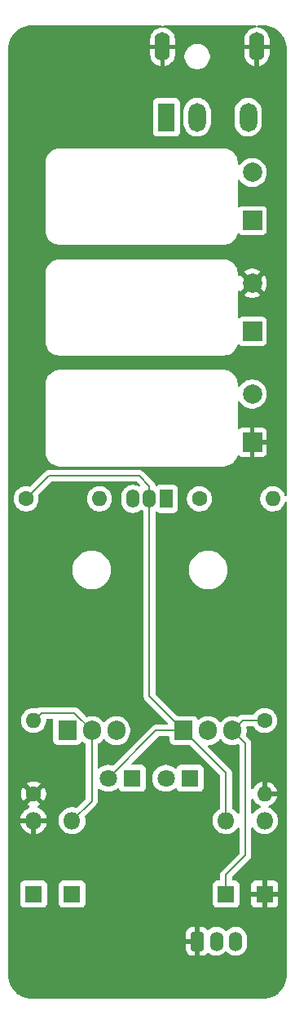
<source format=gbr>
%TF.GenerationSoftware,KiCad,Pcbnew,9.0.1*%
%TF.CreationDate,2025-05-19T14:39:27+10:00*%
%TF.ProjectId,Power,506f7765-722e-46b6-9963-61645f706362,rev?*%
%TF.SameCoordinates,Original*%
%TF.FileFunction,Copper,L2,Inr*%
%TF.FilePolarity,Positive*%
%FSLAX46Y46*%
G04 Gerber Fmt 4.6, Leading zero omitted, Abs format (unit mm)*
G04 Created by KiCad (PCBNEW 9.0.1) date 2025-05-19 14:39:27*
%MOMM*%
%LPD*%
G01*
G04 APERTURE LIST*
G04 Aperture macros list*
%AMRoundRect*
0 Rectangle with rounded corners*
0 $1 Rounding radius*
0 $2 $3 $4 $5 $6 $7 $8 $9 X,Y pos of 4 corners*
0 Add a 4 corners polygon primitive as box body*
4,1,4,$2,$3,$4,$5,$6,$7,$8,$9,$2,$3,0*
0 Add four circle primitives for the rounded corners*
1,1,$1+$1,$2,$3*
1,1,$1+$1,$4,$5*
1,1,$1+$1,$6,$7*
1,1,$1+$1,$8,$9*
0 Add four rect primitives between the rounded corners*
20,1,$1+$1,$2,$3,$4,$5,0*
20,1,$1+$1,$4,$5,$6,$7,0*
20,1,$1+$1,$6,$7,$8,$9,0*
20,1,$1+$1,$8,$9,$2,$3,0*%
G04 Aperture macros list end*
%TA.AperFunction,ComponentPad*%
%ADD10O,1.400000X2.000000*%
%TD*%
%TA.AperFunction,ComponentPad*%
%ADD11RoundRect,0.291666X-0.408334X-0.708334X0.408334X-0.708334X0.408334X0.708334X-0.408334X0.708334X0*%
%TD*%
%TA.AperFunction,ComponentPad*%
%ADD12R,2.000000X2.000000*%
%TD*%
%TA.AperFunction,ComponentPad*%
%ADD13C,2.000000*%
%TD*%
%TA.AperFunction,ComponentPad*%
%ADD14R,1.905000X2.000000*%
%TD*%
%TA.AperFunction,ComponentPad*%
%ADD15O,1.905000X2.000000*%
%TD*%
%TA.AperFunction,ComponentPad*%
%ADD16R,1.800000X1.800000*%
%TD*%
%TA.AperFunction,ComponentPad*%
%ADD17C,1.800000*%
%TD*%
%TA.AperFunction,ComponentPad*%
%ADD18O,1.800000X1.800000*%
%TD*%
%TA.AperFunction,ComponentPad*%
%ADD19O,1.800000X3.000000*%
%TD*%
%TA.AperFunction,ComponentPad*%
%ADD20R,1.800000X3.000000*%
%TD*%
%TA.AperFunction,ComponentPad*%
%ADD21O,1.600000X3.000000*%
%TD*%
%TA.AperFunction,ComponentPad*%
%ADD22C,1.600000*%
%TD*%
%TA.AperFunction,ComponentPad*%
%ADD23O,1.600000X1.600000*%
%TD*%
%TA.AperFunction,ComponentPad*%
%ADD24R,1.350000X1.900000*%
%TD*%
%TA.AperFunction,ComponentPad*%
%ADD25O,1.350000X1.900000*%
%TD*%
%TA.AperFunction,Conductor*%
%ADD26C,0.200000*%
%TD*%
G04 APERTURE END LIST*
D10*
%TO.N,VSS*%
%TO.C,J2*%
X124160000Y-135550000D03*
%TO.N,VDD*%
X122160000Y-135550000D03*
D11*
%TO.N,GND*%
X120160000Y-135550000D03*
%TD*%
D12*
%TO.N,GND*%
%TO.C,C3*%
X125875000Y-83760000D03*
D13*
%TO.N,VSS*%
X125875000Y-78760000D03*
%TD*%
D14*
%TO.N,Net-(D1-K)*%
%TO.C,U1*%
X106660000Y-113680000D03*
D15*
%TO.N,VDD*%
X111740000Y-113680000D03*
%TO.N,Net-(D1-A)*%
X109200000Y-113680000D03*
%TD*%
D16*
%TO.N,VDD*%
%TO.C,C4*%
X113409999Y-118640000D03*
D17*
%TO.N,Net-(D2-A)*%
X110910001Y-118640000D03*
%TD*%
D16*
%TO.N,Net-(D1-K)*%
%TO.C,C5*%
X119409999Y-118640000D03*
D17*
%TO.N,VSS*%
X116910001Y-118640000D03*
%TD*%
D13*
%TO.N,VSS*%
%TO.C,C1*%
X125875000Y-55760000D03*
D12*
%TO.N,VDD*%
X125875000Y-60760000D03*
%TD*%
D16*
%TO.N,Net-(D2-K)*%
%TO.C,D2*%
X123160000Y-130640000D03*
D18*
%TO.N,Net-(D2-A)*%
X123160000Y-123020000D03*
%TD*%
D16*
%TO.N,GND*%
%TO.C,D4*%
X127160000Y-130640000D03*
D18*
%TO.N,VSS*%
X127160000Y-123020000D03*
%TD*%
D19*
%TO.N,VDD*%
%TO.C,J1*%
X125460001Y-50040000D03*
D20*
%TO.N,VSS*%
X116960000Y-50040000D03*
D19*
%TO.N,unconnected-(J1-Pad3)*%
X120160000Y-50040000D03*
D21*
%TO.N,GND*%
X126360000Y-42740000D03*
X116560000Y-42740000D03*
%TD*%
D22*
%TO.N,GND*%
%TO.C,R3*%
X103160000Y-120260000D03*
D23*
%TO.N,Net-(D1-A)*%
X103160000Y-112640000D03*
%TD*%
D13*
%TO.N,GND*%
%TO.C,C2*%
X125875000Y-67260000D03*
D12*
%TO.N,VDD*%
X125875000Y-72260000D03*
%TD*%
D22*
%TO.N,VSS*%
%TO.C,R2*%
X120390000Y-89640000D03*
D23*
%TO.N,Net-(D1-K)*%
X128010000Y-89640000D03*
%TD*%
D24*
%TO.N,Net-(D1-K)*%
%TO.C,U3*%
X116970001Y-89640000D03*
D25*
%TO.N,Net-(D2-A)*%
X115200001Y-89640000D03*
%TO.N,unconnected-(U3-Pad3)*%
X113470001Y-89640000D03*
%TD*%
D22*
%TO.N,Net-(D2-A)*%
%TO.C,R1*%
X102390000Y-89640000D03*
D23*
%TO.N,VDD*%
X110010000Y-89640000D03*
%TD*%
D22*
%TO.N,Net-(D2-K)*%
%TO.C,R4*%
X127160000Y-112640000D03*
D23*
%TO.N,GND*%
X127160000Y-120260000D03*
%TD*%
D14*
%TO.N,Net-(D2-A)*%
%TO.C,U2*%
X118760002Y-113680000D03*
D15*
%TO.N,VSS*%
X121300002Y-113680000D03*
%TO.N,Net-(D2-K)*%
X123840002Y-113680000D03*
%TD*%
D16*
%TO.N,VDD*%
%TO.C,D3*%
X103160000Y-130640000D03*
D18*
%TO.N,GND*%
X103160000Y-123020000D03*
%TD*%
D16*
%TO.N,Net-(D1-K)*%
%TO.C,D1*%
X107160000Y-130640000D03*
D18*
%TO.N,Net-(D1-A)*%
X107160000Y-123020000D03*
%TD*%
D26*
%TO.N,Net-(D2-A)*%
X118760002Y-113680000D02*
X115870001Y-113680000D01*
X118760002Y-113680000D02*
X123160000Y-118079998D01*
X115200001Y-110119999D02*
X118760002Y-113680000D01*
X104770000Y-87260000D02*
X114160000Y-87260000D01*
X115200001Y-88300001D02*
X115200001Y-89640000D01*
X123160000Y-118079998D02*
X123160000Y-123020000D01*
X115200001Y-89020000D02*
X115200001Y-110119999D01*
X102390000Y-89640000D02*
X104770000Y-87260000D01*
X115870001Y-113680000D02*
X110910001Y-118640000D01*
X114160000Y-87260000D02*
X115200001Y-88300001D01*
%TO.N,Net-(D1-A)*%
X109200000Y-113680000D02*
X109200000Y-120980000D01*
X103959999Y-111840001D02*
X107360001Y-111840001D01*
X109200000Y-120980000D02*
X107160000Y-123020000D01*
X107360001Y-111840001D02*
X109200000Y-113680000D01*
X103160000Y-112640000D02*
X103959999Y-111840001D01*
%TO.N,Net-(D2-K)*%
X123840002Y-113680000D02*
X125160000Y-114999998D01*
X127160000Y-112640000D02*
X124880002Y-112640000D01*
X123160000Y-128640000D02*
X123160000Y-130640000D01*
X125160000Y-114999998D02*
X125160000Y-126640000D01*
X124880002Y-112640000D02*
X123840002Y-113680000D01*
X125160000Y-126640000D02*
X123160000Y-128640000D01*
%TD*%
%TA.AperFunction,Conductor*%
%TO.N,GND*%
G36*
X116461298Y-40520185D02*
G01*
X116507053Y-40572989D01*
X116516997Y-40642147D01*
X116487972Y-40705703D01*
X116429194Y-40743477D01*
X116413657Y-40746973D01*
X116255582Y-40772009D01*
X116060968Y-40835244D01*
X115878650Y-40928140D01*
X115713105Y-41048417D01*
X115713104Y-41048417D01*
X115568417Y-41193104D01*
X115568417Y-41193105D01*
X115448140Y-41358650D01*
X115355244Y-41540968D01*
X115292009Y-41735582D01*
X115260000Y-41937682D01*
X115260000Y-42490000D01*
X116260000Y-42490000D01*
X116260000Y-42990000D01*
X115260000Y-42990000D01*
X115260000Y-43542317D01*
X115292009Y-43744417D01*
X115355244Y-43939031D01*
X115448140Y-44121349D01*
X115568417Y-44286894D01*
X115568417Y-44286895D01*
X115713104Y-44431582D01*
X115878650Y-44551859D01*
X116060968Y-44644754D01*
X116255578Y-44707988D01*
X116310000Y-44716607D01*
X116310000Y-43706988D01*
X116319940Y-43724205D01*
X116375795Y-43780060D01*
X116444204Y-43819556D01*
X116520504Y-43840000D01*
X116599496Y-43840000D01*
X116675796Y-43819556D01*
X116744205Y-43780060D01*
X116800060Y-43724205D01*
X116810000Y-43706988D01*
X116810000Y-44716606D01*
X116864421Y-44707988D01*
X117059031Y-44644754D01*
X117241349Y-44551859D01*
X117406894Y-44431582D01*
X117406895Y-44431582D01*
X117551582Y-44286895D01*
X117551582Y-44286894D01*
X117671859Y-44121349D01*
X117764755Y-43939031D01*
X117827990Y-43744417D01*
X117845088Y-43636468D01*
X118844500Y-43636468D01*
X118844500Y-43843531D01*
X118876892Y-44048048D01*
X118940876Y-44244974D01*
X118940877Y-44244977D01*
X118962236Y-44286895D01*
X119034883Y-44429472D01*
X119156593Y-44596991D01*
X119303009Y-44743407D01*
X119470528Y-44865117D01*
X119561017Y-44911223D01*
X119655022Y-44959122D01*
X119655025Y-44959123D01*
X119753488Y-44991115D01*
X119851953Y-45023108D01*
X120056468Y-45055500D01*
X120056469Y-45055500D01*
X120263531Y-45055500D01*
X120263532Y-45055500D01*
X120468047Y-45023108D01*
X120664977Y-44959122D01*
X120849472Y-44865117D01*
X121016991Y-44743407D01*
X121163407Y-44596991D01*
X121285117Y-44429472D01*
X121379122Y-44244977D01*
X121443108Y-44048047D01*
X121475500Y-43843532D01*
X121475500Y-43636468D01*
X121443108Y-43431953D01*
X121379122Y-43235023D01*
X121379122Y-43235022D01*
X121346568Y-43171133D01*
X121285117Y-43050528D01*
X121281708Y-43045836D01*
X121256781Y-43011526D01*
X121256779Y-43011524D01*
X121241141Y-42990000D01*
X121163407Y-42883009D01*
X121016991Y-42736593D01*
X120849472Y-42614883D01*
X120664977Y-42520877D01*
X120664974Y-42520876D01*
X120468048Y-42456892D01*
X120365789Y-42440696D01*
X120263532Y-42424500D01*
X120056468Y-42424500D01*
X119988296Y-42435297D01*
X119851951Y-42456892D01*
X119655025Y-42520876D01*
X119655022Y-42520877D01*
X119470527Y-42614883D01*
X119374951Y-42684323D01*
X119303009Y-42736593D01*
X119303007Y-42736595D01*
X119303006Y-42736595D01*
X119156595Y-42883006D01*
X119156595Y-42883007D01*
X119156593Y-42883009D01*
X119121616Y-42931151D01*
X119034883Y-43050527D01*
X118940877Y-43235022D01*
X118940876Y-43235025D01*
X118876892Y-43431951D01*
X118844500Y-43636468D01*
X117845088Y-43636468D01*
X117848932Y-43612198D01*
X117860000Y-43542317D01*
X117860000Y-42990000D01*
X116860000Y-42990000D01*
X116860000Y-42490000D01*
X117860000Y-42490000D01*
X117860000Y-41937682D01*
X117827990Y-41735582D01*
X117764755Y-41540968D01*
X117671859Y-41358650D01*
X117551582Y-41193105D01*
X117551582Y-41193104D01*
X117406895Y-41048417D01*
X117241349Y-40928140D01*
X117059031Y-40835244D01*
X116864417Y-40772009D01*
X116706343Y-40746973D01*
X116643208Y-40717044D01*
X116606277Y-40657732D01*
X116607275Y-40587870D01*
X116645885Y-40529637D01*
X116709849Y-40501523D01*
X116725741Y-40500500D01*
X126194259Y-40500500D01*
X126261298Y-40520185D01*
X126307053Y-40572989D01*
X126316997Y-40642147D01*
X126287972Y-40705703D01*
X126229194Y-40743477D01*
X126213657Y-40746973D01*
X126055582Y-40772009D01*
X125860968Y-40835244D01*
X125678650Y-40928140D01*
X125513105Y-41048417D01*
X125513104Y-41048417D01*
X125368417Y-41193104D01*
X125368417Y-41193105D01*
X125248140Y-41358650D01*
X125155244Y-41540968D01*
X125092009Y-41735582D01*
X125060000Y-41937682D01*
X125060000Y-42490000D01*
X126060000Y-42490000D01*
X126060000Y-42990000D01*
X125060000Y-42990000D01*
X125060000Y-43542317D01*
X125092009Y-43744417D01*
X125155244Y-43939031D01*
X125248140Y-44121349D01*
X125368417Y-44286894D01*
X125368417Y-44286895D01*
X125513104Y-44431582D01*
X125678650Y-44551859D01*
X125860968Y-44644754D01*
X126055578Y-44707988D01*
X126110000Y-44716607D01*
X126110000Y-43706988D01*
X126119940Y-43724205D01*
X126175795Y-43780060D01*
X126244204Y-43819556D01*
X126320504Y-43840000D01*
X126399496Y-43840000D01*
X126475796Y-43819556D01*
X126544205Y-43780060D01*
X126600060Y-43724205D01*
X126610000Y-43706988D01*
X126610000Y-44716606D01*
X126664421Y-44707988D01*
X126859031Y-44644754D01*
X127041349Y-44551859D01*
X127206894Y-44431582D01*
X127206895Y-44431582D01*
X127351582Y-44286895D01*
X127351582Y-44286894D01*
X127471859Y-44121349D01*
X127564755Y-43939031D01*
X127627990Y-43744417D01*
X127660000Y-43542317D01*
X127660000Y-42990000D01*
X126660000Y-42990000D01*
X126660000Y-42490000D01*
X127660000Y-42490000D01*
X127660000Y-41937682D01*
X127627990Y-41735582D01*
X127564755Y-41540968D01*
X127471859Y-41358650D01*
X127351582Y-41193105D01*
X127351582Y-41193104D01*
X127206895Y-41048417D01*
X127041349Y-40928140D01*
X126859031Y-40835244D01*
X126664417Y-40772009D01*
X126506343Y-40746973D01*
X126443208Y-40717044D01*
X126406277Y-40657732D01*
X126407275Y-40587870D01*
X126445885Y-40529637D01*
X126509849Y-40501523D01*
X126525741Y-40500500D01*
X126934108Y-40500500D01*
X126996249Y-40500500D01*
X127003736Y-40500726D01*
X127293796Y-40518271D01*
X127308657Y-40520075D01*
X127590798Y-40571780D01*
X127605335Y-40575363D01*
X127879172Y-40660695D01*
X127893163Y-40666000D01*
X128154743Y-40783727D01*
X128167989Y-40790680D01*
X128413465Y-40939075D01*
X128425776Y-40947573D01*
X128651573Y-41124473D01*
X128662781Y-41134403D01*
X128865596Y-41337218D01*
X128875526Y-41348426D01*
X128995481Y-41501538D01*
X129052422Y-41574217D01*
X129060928Y-41586540D01*
X129209316Y-41832004D01*
X129216275Y-41845263D01*
X129333997Y-42106831D01*
X129339306Y-42120832D01*
X129424635Y-42394663D01*
X129428219Y-42409201D01*
X129479923Y-42691340D01*
X129481728Y-42706205D01*
X129499274Y-42996263D01*
X129499500Y-43003750D01*
X129499500Y-89232798D01*
X129479815Y-89299837D01*
X129427011Y-89345592D01*
X129357853Y-89355536D01*
X129294297Y-89326511D01*
X129257569Y-89271117D01*
X129240220Y-89217723D01*
X129215220Y-89140781D01*
X129215218Y-89140778D01*
X129215218Y-89140776D01*
X129181503Y-89074607D01*
X129122287Y-88958390D01*
X129089867Y-88913767D01*
X129001971Y-88792786D01*
X128857213Y-88648028D01*
X128691613Y-88527715D01*
X128691612Y-88527714D01*
X128691610Y-88527713D01*
X128634653Y-88498691D01*
X128509223Y-88434781D01*
X128314534Y-88371522D01*
X128122302Y-88341076D01*
X128112352Y-88339500D01*
X127907648Y-88339500D01*
X127897698Y-88341076D01*
X127705465Y-88371522D01*
X127510776Y-88434781D01*
X127328386Y-88527715D01*
X127162786Y-88648028D01*
X127018028Y-88792786D01*
X126897715Y-88958386D01*
X126804781Y-89140776D01*
X126741522Y-89335465D01*
X126709500Y-89537648D01*
X126709500Y-89742351D01*
X126741522Y-89944534D01*
X126804781Y-90139223D01*
X126897715Y-90321613D01*
X127018028Y-90487213D01*
X127162786Y-90631971D01*
X127317749Y-90744556D01*
X127328390Y-90752287D01*
X127421671Y-90799816D01*
X127510776Y-90845218D01*
X127510778Y-90845218D01*
X127510781Y-90845220D01*
X127615137Y-90879127D01*
X127705465Y-90908477D01*
X127799224Y-90923327D01*
X127907648Y-90940500D01*
X127907649Y-90940500D01*
X128112351Y-90940500D01*
X128112352Y-90940500D01*
X128314534Y-90908477D01*
X128509219Y-90845220D01*
X128691610Y-90752287D01*
X128790022Y-90680787D01*
X128857213Y-90631971D01*
X128857215Y-90631968D01*
X128857219Y-90631966D01*
X129001966Y-90487219D01*
X129001968Y-90487215D01*
X129001971Y-90487213D01*
X129089867Y-90366232D01*
X129122287Y-90321610D01*
X129215220Y-90139219D01*
X129257569Y-90008881D01*
X129297007Y-89951207D01*
X129361366Y-89924009D01*
X129430212Y-89935924D01*
X129481688Y-89983168D01*
X129499500Y-90047201D01*
X129499500Y-138996249D01*
X129499274Y-139003736D01*
X129481728Y-139293794D01*
X129479923Y-139308659D01*
X129428219Y-139590798D01*
X129424635Y-139605336D01*
X129339306Y-139879167D01*
X129333997Y-139893168D01*
X129216275Y-140154736D01*
X129209316Y-140167995D01*
X129060928Y-140413459D01*
X129052422Y-140425782D01*
X128875526Y-140651573D01*
X128865596Y-140662781D01*
X128662781Y-140865596D01*
X128651573Y-140875526D01*
X128425782Y-141052422D01*
X128413459Y-141060928D01*
X128167995Y-141209316D01*
X128154736Y-141216275D01*
X127893168Y-141333997D01*
X127879167Y-141339306D01*
X127605336Y-141424635D01*
X127590798Y-141428219D01*
X127308659Y-141479923D01*
X127293794Y-141481728D01*
X127003736Y-141499274D01*
X126996249Y-141499500D01*
X103003751Y-141499500D01*
X102996264Y-141499274D01*
X102706205Y-141481728D01*
X102691340Y-141479923D01*
X102409201Y-141428219D01*
X102394663Y-141424635D01*
X102120832Y-141339306D01*
X102106831Y-141333997D01*
X101845263Y-141216275D01*
X101832004Y-141209316D01*
X101586540Y-141060928D01*
X101574217Y-141052422D01*
X101348426Y-140875526D01*
X101337218Y-140865596D01*
X101134403Y-140662781D01*
X101124473Y-140651573D01*
X100947573Y-140425776D01*
X100939075Y-140413465D01*
X100790680Y-140167989D01*
X100783727Y-140154743D01*
X100666000Y-139893163D01*
X100660693Y-139879167D01*
X100575364Y-139605336D01*
X100571780Y-139590798D01*
X100520076Y-139308659D01*
X100518271Y-139293794D01*
X100500726Y-139003736D01*
X100500500Y-138996249D01*
X100500500Y-134797202D01*
X118960000Y-134797202D01*
X118960000Y-135300000D01*
X119879670Y-135300000D01*
X119859925Y-135319745D01*
X119810556Y-135405255D01*
X119785000Y-135500630D01*
X119785000Y-135599370D01*
X119810556Y-135694745D01*
X119859925Y-135780255D01*
X119879670Y-135800000D01*
X118960001Y-135800000D01*
X118960001Y-136302798D01*
X118974963Y-136435602D01*
X118974965Y-136435612D01*
X119033887Y-136603999D01*
X119128797Y-136755050D01*
X119254949Y-136881202D01*
X119406001Y-136976112D01*
X119406000Y-136976112D01*
X119574387Y-137035034D01*
X119574397Y-137035036D01*
X119707204Y-137049999D01*
X119909999Y-137049999D01*
X119910000Y-137049998D01*
X119910000Y-135830330D01*
X119929745Y-135850075D01*
X120015255Y-135899444D01*
X120110630Y-135925000D01*
X120209370Y-135925000D01*
X120304745Y-135899444D01*
X120390255Y-135850075D01*
X120410000Y-135830330D01*
X120410000Y-137049999D01*
X120612791Y-137049999D01*
X120612798Y-137049998D01*
X120745602Y-137035036D01*
X120745612Y-137035034D01*
X120913999Y-136976112D01*
X121065050Y-136881202D01*
X121065053Y-136881199D01*
X121191564Y-136754689D01*
X121252887Y-136721204D01*
X121322579Y-136726188D01*
X121366926Y-136754689D01*
X121377927Y-136765690D01*
X121530801Y-136876760D01*
X121610347Y-136917290D01*
X121699163Y-136962545D01*
X121699165Y-136962545D01*
X121699168Y-136962547D01*
X121740917Y-136976112D01*
X121878881Y-137020940D01*
X122065514Y-137050500D01*
X122065519Y-137050500D01*
X122254486Y-137050500D01*
X122441118Y-137020940D01*
X122620832Y-136962547D01*
X122789199Y-136876760D01*
X122942073Y-136765690D01*
X123072319Y-136635444D01*
X123133642Y-136601959D01*
X123203334Y-136606943D01*
X123247681Y-136635444D01*
X123377927Y-136765690D01*
X123530801Y-136876760D01*
X123610347Y-136917290D01*
X123699163Y-136962545D01*
X123699165Y-136962545D01*
X123699168Y-136962547D01*
X123740917Y-136976112D01*
X123878881Y-137020940D01*
X124065514Y-137050500D01*
X124065519Y-137050500D01*
X124254486Y-137050500D01*
X124441118Y-137020940D01*
X124620832Y-136962547D01*
X124789199Y-136876760D01*
X124942073Y-136765690D01*
X125075690Y-136632073D01*
X125186760Y-136479199D01*
X125272547Y-136310832D01*
X125330940Y-136131118D01*
X125360500Y-135944486D01*
X125360500Y-135155513D01*
X125330940Y-134968881D01*
X125272545Y-134789163D01*
X125186759Y-134620800D01*
X125075690Y-134467927D01*
X124942073Y-134334310D01*
X124789199Y-134223240D01*
X124780479Y-134218797D01*
X124620836Y-134137454D01*
X124441118Y-134079059D01*
X124254486Y-134049500D01*
X124254481Y-134049500D01*
X124065519Y-134049500D01*
X124065514Y-134049500D01*
X123878881Y-134079059D01*
X123699163Y-134137454D01*
X123530800Y-134223240D01*
X123443579Y-134286610D01*
X123377927Y-134334310D01*
X123377925Y-134334312D01*
X123377924Y-134334312D01*
X123247681Y-134464556D01*
X123186358Y-134498041D01*
X123116666Y-134493057D01*
X123072319Y-134464556D01*
X122942075Y-134334312D01*
X122942073Y-134334310D01*
X122789199Y-134223240D01*
X122780479Y-134218797D01*
X122620836Y-134137454D01*
X122441118Y-134079059D01*
X122254486Y-134049500D01*
X122254481Y-134049500D01*
X122065519Y-134049500D01*
X122065514Y-134049500D01*
X121878881Y-134079059D01*
X121699163Y-134137454D01*
X121530800Y-134223240D01*
X121443579Y-134286610D01*
X121377927Y-134334310D01*
X121377925Y-134334312D01*
X121377922Y-134334314D01*
X121366923Y-134345313D01*
X121305599Y-134378796D01*
X121235907Y-134373809D01*
X121191564Y-134345311D01*
X121065049Y-134218797D01*
X121065050Y-134218797D01*
X120913998Y-134123887D01*
X120913999Y-134123887D01*
X120745612Y-134064965D01*
X120745602Y-134064963D01*
X120612797Y-134050000D01*
X120410000Y-134050000D01*
X120410000Y-135269670D01*
X120390255Y-135249925D01*
X120304745Y-135200556D01*
X120209370Y-135175000D01*
X120110630Y-135175000D01*
X120015255Y-135200556D01*
X119929745Y-135249925D01*
X119910000Y-135269670D01*
X119910000Y-134050000D01*
X119707207Y-134050000D01*
X119707201Y-134050001D01*
X119574397Y-134064963D01*
X119574387Y-134064965D01*
X119406000Y-134123887D01*
X119254949Y-134218797D01*
X119128797Y-134344949D01*
X119033887Y-134496000D01*
X118974965Y-134664387D01*
X118974963Y-134664397D01*
X118960000Y-134797202D01*
X100500500Y-134797202D01*
X100500500Y-129692135D01*
X101759500Y-129692135D01*
X101759500Y-131587870D01*
X101759501Y-131587876D01*
X101765908Y-131647483D01*
X101816202Y-131782328D01*
X101816206Y-131782335D01*
X101902452Y-131897544D01*
X101902455Y-131897547D01*
X102017664Y-131983793D01*
X102017671Y-131983797D01*
X102152517Y-132034091D01*
X102152516Y-132034091D01*
X102159444Y-132034835D01*
X102212127Y-132040500D01*
X104107872Y-132040499D01*
X104167483Y-132034091D01*
X104302331Y-131983796D01*
X104417546Y-131897546D01*
X104503796Y-131782331D01*
X104554091Y-131647483D01*
X104560500Y-131587873D01*
X104560499Y-129692135D01*
X105759500Y-129692135D01*
X105759500Y-131587870D01*
X105759501Y-131587876D01*
X105765908Y-131647483D01*
X105816202Y-131782328D01*
X105816206Y-131782335D01*
X105902452Y-131897544D01*
X105902455Y-131897547D01*
X106017664Y-131983793D01*
X106017671Y-131983797D01*
X106152517Y-132034091D01*
X106152516Y-132034091D01*
X106159444Y-132034835D01*
X106212127Y-132040500D01*
X108107872Y-132040499D01*
X108167483Y-132034091D01*
X108302331Y-131983796D01*
X108417546Y-131897546D01*
X108503796Y-131782331D01*
X108554091Y-131647483D01*
X108560500Y-131587873D01*
X108560499Y-129692128D01*
X108554091Y-129632517D01*
X108503884Y-129497906D01*
X108503797Y-129497671D01*
X108503793Y-129497664D01*
X108417547Y-129382455D01*
X108417544Y-129382452D01*
X108302335Y-129296206D01*
X108302328Y-129296202D01*
X108167482Y-129245908D01*
X108167483Y-129245908D01*
X108107883Y-129239501D01*
X108107881Y-129239500D01*
X108107873Y-129239500D01*
X108107864Y-129239500D01*
X106212129Y-129239500D01*
X106212123Y-129239501D01*
X106152516Y-129245908D01*
X106017671Y-129296202D01*
X106017664Y-129296206D01*
X105902455Y-129382452D01*
X105902452Y-129382455D01*
X105816206Y-129497664D01*
X105816202Y-129497671D01*
X105765908Y-129632517D01*
X105759501Y-129692116D01*
X105759501Y-129692123D01*
X105759500Y-129692135D01*
X104560499Y-129692135D01*
X104560499Y-129692128D01*
X104554091Y-129632517D01*
X104503884Y-129497906D01*
X104503797Y-129497671D01*
X104503793Y-129497664D01*
X104417547Y-129382455D01*
X104417544Y-129382452D01*
X104302335Y-129296206D01*
X104302328Y-129296202D01*
X104167482Y-129245908D01*
X104167483Y-129245908D01*
X104107883Y-129239501D01*
X104107881Y-129239500D01*
X104107873Y-129239500D01*
X104107864Y-129239500D01*
X102212129Y-129239500D01*
X102212123Y-129239501D01*
X102152516Y-129245908D01*
X102017671Y-129296202D01*
X102017664Y-129296206D01*
X101902455Y-129382452D01*
X101902452Y-129382455D01*
X101816206Y-129497664D01*
X101816202Y-129497671D01*
X101765908Y-129632517D01*
X101759501Y-129692116D01*
X101759501Y-129692123D01*
X101759500Y-129692135D01*
X100500500Y-129692135D01*
X100500500Y-122770000D01*
X101782145Y-122770000D01*
X102784722Y-122770000D01*
X102740667Y-122846306D01*
X102710000Y-122960756D01*
X102710000Y-123079244D01*
X102740667Y-123193694D01*
X102784722Y-123270000D01*
X101782145Y-123270000D01*
X101794473Y-123347835D01*
X101794473Y-123347838D01*
X101862567Y-123557410D01*
X101962613Y-123753760D01*
X102092142Y-123932041D01*
X102247958Y-124087857D01*
X102426239Y-124217386D01*
X102622589Y-124317432D01*
X102832163Y-124385526D01*
X102909999Y-124397854D01*
X102910000Y-124397854D01*
X102910000Y-123395277D01*
X102986306Y-123439333D01*
X103100756Y-123470000D01*
X103219244Y-123470000D01*
X103333694Y-123439333D01*
X103410000Y-123395277D01*
X103410000Y-124397854D01*
X103487834Y-124385526D01*
X103487837Y-124385526D01*
X103697410Y-124317432D01*
X103893760Y-124217386D01*
X104072041Y-124087857D01*
X104227857Y-123932041D01*
X104357386Y-123753760D01*
X104457432Y-123557410D01*
X104525526Y-123347838D01*
X104525526Y-123347835D01*
X104537855Y-123270000D01*
X103535278Y-123270000D01*
X103579333Y-123193694D01*
X103610000Y-123079244D01*
X103610000Y-122960756D01*
X103579333Y-122846306D01*
X103535278Y-122770000D01*
X104537855Y-122770000D01*
X104525526Y-122692164D01*
X104525526Y-122692161D01*
X104457432Y-122482589D01*
X104357386Y-122286239D01*
X104227857Y-122107958D01*
X104072041Y-121952142D01*
X103893760Y-121822613D01*
X103697410Y-121722567D01*
X103644442Y-121705357D01*
X103586766Y-121665920D01*
X103559568Y-121601561D01*
X103571483Y-121532715D01*
X103618727Y-121481239D01*
X103644445Y-121469494D01*
X103659030Y-121464755D01*
X103841349Y-121371859D01*
X103885921Y-121339474D01*
X103206447Y-120660000D01*
X103212661Y-120660000D01*
X103314394Y-120632741D01*
X103405606Y-120580080D01*
X103480080Y-120505606D01*
X103532741Y-120414394D01*
X103560000Y-120312661D01*
X103560000Y-120306447D01*
X104239474Y-120985921D01*
X104271859Y-120941349D01*
X104364755Y-120759031D01*
X104427990Y-120564417D01*
X104460000Y-120362317D01*
X104460000Y-120157682D01*
X104427990Y-119955582D01*
X104364755Y-119760968D01*
X104271859Y-119578650D01*
X104239474Y-119534077D01*
X104239474Y-119534076D01*
X103560000Y-120213551D01*
X103560000Y-120207339D01*
X103532741Y-120105606D01*
X103480080Y-120014394D01*
X103405606Y-119939920D01*
X103314394Y-119887259D01*
X103212661Y-119860000D01*
X103206446Y-119860000D01*
X103885922Y-119180524D01*
X103885921Y-119180523D01*
X103841359Y-119148147D01*
X103841350Y-119148141D01*
X103659031Y-119055244D01*
X103464417Y-118992009D01*
X103262317Y-118960000D01*
X103057683Y-118960000D01*
X102855582Y-118992009D01*
X102660968Y-119055244D01*
X102478644Y-119148143D01*
X102434077Y-119180523D01*
X102434077Y-119180524D01*
X103113554Y-119860000D01*
X103107339Y-119860000D01*
X103005606Y-119887259D01*
X102914394Y-119939920D01*
X102839920Y-120014394D01*
X102787259Y-120105606D01*
X102760000Y-120207339D01*
X102760000Y-120213553D01*
X102080524Y-119534077D01*
X102080523Y-119534077D01*
X102048143Y-119578644D01*
X101955244Y-119760968D01*
X101892009Y-119955582D01*
X101860000Y-120157682D01*
X101860000Y-120362317D01*
X101892009Y-120564417D01*
X101955244Y-120759031D01*
X102048141Y-120941350D01*
X102048147Y-120941359D01*
X102080523Y-120985921D01*
X102080524Y-120985922D01*
X102760000Y-120306446D01*
X102760000Y-120312661D01*
X102787259Y-120414394D01*
X102839920Y-120505606D01*
X102914394Y-120580080D01*
X103005606Y-120632741D01*
X103107339Y-120660000D01*
X103113553Y-120660000D01*
X102434076Y-121339474D01*
X102478650Y-121371859D01*
X102660968Y-121464754D01*
X102675555Y-121469494D01*
X102733231Y-121508931D01*
X102760431Y-121573289D01*
X102748517Y-121642136D01*
X102701274Y-121693612D01*
X102675558Y-121705357D01*
X102622588Y-121722568D01*
X102426239Y-121822613D01*
X102247958Y-121952142D01*
X102092142Y-122107958D01*
X101962613Y-122286239D01*
X101862567Y-122482589D01*
X101794473Y-122692161D01*
X101794473Y-122692164D01*
X101782145Y-122770000D01*
X100500500Y-122770000D01*
X100500500Y-96888872D01*
X107199500Y-96888872D01*
X107199500Y-97151127D01*
X107226123Y-97353339D01*
X107233730Y-97411116D01*
X107301602Y-97664418D01*
X107301605Y-97664428D01*
X107401953Y-97906690D01*
X107401958Y-97906700D01*
X107533075Y-98133803D01*
X107692718Y-98341851D01*
X107692726Y-98341860D01*
X107878140Y-98527274D01*
X107878148Y-98527281D01*
X108086196Y-98686924D01*
X108313299Y-98818041D01*
X108313309Y-98818046D01*
X108555571Y-98918394D01*
X108555581Y-98918398D01*
X108808884Y-98986270D01*
X109068880Y-99020500D01*
X109068887Y-99020500D01*
X109331113Y-99020500D01*
X109331120Y-99020500D01*
X109591116Y-98986270D01*
X109844419Y-98918398D01*
X110086697Y-98818043D01*
X110313803Y-98686924D01*
X110521851Y-98527282D01*
X110521855Y-98527277D01*
X110521860Y-98527274D01*
X110707274Y-98341860D01*
X110707277Y-98341855D01*
X110707282Y-98341851D01*
X110866924Y-98133803D01*
X110998043Y-97906697D01*
X111098398Y-97664419D01*
X111166270Y-97411116D01*
X111200500Y-97151120D01*
X111200500Y-96888880D01*
X111166270Y-96628884D01*
X111098398Y-96375581D01*
X111098394Y-96375571D01*
X110998046Y-96133309D01*
X110998041Y-96133299D01*
X110866924Y-95906196D01*
X110707281Y-95698148D01*
X110707274Y-95698140D01*
X110521860Y-95512726D01*
X110521851Y-95512718D01*
X110313803Y-95353075D01*
X110086700Y-95221958D01*
X110086690Y-95221953D01*
X109844428Y-95121605D01*
X109844421Y-95121603D01*
X109844419Y-95121602D01*
X109591116Y-95053730D01*
X109533339Y-95046123D01*
X109331127Y-95019500D01*
X109331120Y-95019500D01*
X109068880Y-95019500D01*
X109068872Y-95019500D01*
X108837772Y-95049926D01*
X108808884Y-95053730D01*
X108555581Y-95121602D01*
X108555571Y-95121605D01*
X108313309Y-95221953D01*
X108313299Y-95221958D01*
X108086196Y-95353075D01*
X107878148Y-95512718D01*
X107692718Y-95698148D01*
X107533075Y-95906196D01*
X107401958Y-96133299D01*
X107401953Y-96133309D01*
X107301605Y-96375571D01*
X107301602Y-96375581D01*
X107233730Y-96628885D01*
X107199500Y-96888872D01*
X100500500Y-96888872D01*
X100500500Y-89537648D01*
X101089500Y-89537648D01*
X101089500Y-89742351D01*
X101121522Y-89944534D01*
X101184781Y-90139223D01*
X101277715Y-90321613D01*
X101398028Y-90487213D01*
X101542786Y-90631971D01*
X101697749Y-90744556D01*
X101708390Y-90752287D01*
X101801671Y-90799816D01*
X101890776Y-90845218D01*
X101890778Y-90845218D01*
X101890781Y-90845220D01*
X101995137Y-90879127D01*
X102085465Y-90908477D01*
X102179224Y-90923327D01*
X102287648Y-90940500D01*
X102287649Y-90940500D01*
X102492351Y-90940500D01*
X102492352Y-90940500D01*
X102694534Y-90908477D01*
X102889219Y-90845220D01*
X103071610Y-90752287D01*
X103170022Y-90680787D01*
X103237213Y-90631971D01*
X103237215Y-90631968D01*
X103237219Y-90631966D01*
X103381966Y-90487219D01*
X103381968Y-90487215D01*
X103381971Y-90487213D01*
X103469867Y-90366232D01*
X103502287Y-90321610D01*
X103595220Y-90139219D01*
X103658477Y-89944534D01*
X103690500Y-89742352D01*
X103690500Y-89537648D01*
X108709500Y-89537648D01*
X108709500Y-89742351D01*
X108741522Y-89944534D01*
X108804781Y-90139223D01*
X108897715Y-90321613D01*
X109018028Y-90487213D01*
X109162786Y-90631971D01*
X109317749Y-90744556D01*
X109328390Y-90752287D01*
X109421671Y-90799816D01*
X109510776Y-90845218D01*
X109510778Y-90845218D01*
X109510781Y-90845220D01*
X109615137Y-90879127D01*
X109705465Y-90908477D01*
X109799224Y-90923327D01*
X109907648Y-90940500D01*
X109907649Y-90940500D01*
X110112351Y-90940500D01*
X110112352Y-90940500D01*
X110314534Y-90908477D01*
X110509219Y-90845220D01*
X110691610Y-90752287D01*
X110790022Y-90680787D01*
X110857213Y-90631971D01*
X110857215Y-90631968D01*
X110857219Y-90631966D01*
X111001966Y-90487219D01*
X111001968Y-90487215D01*
X111001971Y-90487213D01*
X111089867Y-90366232D01*
X111122287Y-90321610D01*
X111215220Y-90139219D01*
X111278477Y-89944534D01*
X111310500Y-89742352D01*
X111310500Y-89537648D01*
X111278477Y-89335466D01*
X111275567Y-89326511D01*
X111245118Y-89232798D01*
X111215220Y-89140781D01*
X111215218Y-89140778D01*
X111215218Y-89140776D01*
X111181503Y-89074607D01*
X111122287Y-88958390D01*
X111089867Y-88913767D01*
X111001971Y-88792786D01*
X110857213Y-88648028D01*
X110691613Y-88527715D01*
X110691612Y-88527714D01*
X110691610Y-88527713D01*
X110634653Y-88498691D01*
X110509223Y-88434781D01*
X110314534Y-88371522D01*
X110122302Y-88341076D01*
X110112352Y-88339500D01*
X109907648Y-88339500D01*
X109897698Y-88341076D01*
X109705465Y-88371522D01*
X109510776Y-88434781D01*
X109328386Y-88527715D01*
X109162786Y-88648028D01*
X109018028Y-88792786D01*
X108897715Y-88958386D01*
X108804781Y-89140776D01*
X108741522Y-89335465D01*
X108709500Y-89537648D01*
X103690500Y-89537648D01*
X103658477Y-89335466D01*
X103653825Y-89321151D01*
X103651832Y-89251312D01*
X103684075Y-89195158D01*
X104982416Y-87896819D01*
X105043739Y-87863334D01*
X105070097Y-87860500D01*
X113859903Y-87860500D01*
X113926942Y-87880185D01*
X113947584Y-87896819D01*
X114193674Y-88142910D01*
X114227159Y-88204233D01*
X114222175Y-88273925D01*
X114180303Y-88329858D01*
X114114839Y-88354275D01*
X114049698Y-88341076D01*
X113921236Y-88275620D01*
X113921233Y-88275619D01*
X113745266Y-88218445D01*
X113602973Y-88195908D01*
X113562515Y-88189500D01*
X113377487Y-88189500D01*
X113337029Y-88195908D01*
X113194735Y-88218445D01*
X113018768Y-88275619D01*
X113018765Y-88275620D01*
X112853904Y-88359622D01*
X112798807Y-88399653D01*
X112704214Y-88468379D01*
X112704212Y-88468381D01*
X112704211Y-88468381D01*
X112573382Y-88599210D01*
X112573382Y-88599211D01*
X112573380Y-88599213D01*
X112526673Y-88663499D01*
X112464623Y-88748903D01*
X112380621Y-88913764D01*
X112380620Y-88913767D01*
X112323446Y-89089734D01*
X112294501Y-89272486D01*
X112294501Y-90007513D01*
X112323446Y-90190265D01*
X112380620Y-90366232D01*
X112380621Y-90366235D01*
X112464623Y-90531096D01*
X112573380Y-90680787D01*
X112704214Y-90811621D01*
X112853905Y-90920378D01*
X112917103Y-90952579D01*
X113018765Y-91004379D01*
X113018768Y-91004380D01*
X113084401Y-91025705D01*
X113194737Y-91061555D01*
X113377487Y-91090500D01*
X113377488Y-91090500D01*
X113562514Y-91090500D01*
X113562515Y-91090500D01*
X113745265Y-91061555D01*
X113921236Y-91004379D01*
X114086097Y-90920378D01*
X114235788Y-90811621D01*
X114247320Y-90800089D01*
X114247818Y-90799816D01*
X114248095Y-90799321D01*
X114278426Y-90783103D01*
X114308643Y-90766604D01*
X114309209Y-90766644D01*
X114309710Y-90766377D01*
X114343981Y-90769131D01*
X114378335Y-90771588D01*
X114378979Y-90771943D01*
X114379355Y-90771974D01*
X114381175Y-90773155D01*
X114410182Y-90789161D01*
X114416798Y-90794205D01*
X114434214Y-90811621D01*
X114549568Y-90895430D01*
X114550682Y-90896280D01*
X114570560Y-90923327D01*
X114591052Y-90949900D01*
X114591381Y-90951656D01*
X114592060Y-90952579D01*
X114592312Y-90956614D01*
X114599501Y-90994889D01*
X114599501Y-110033329D01*
X114599500Y-110033347D01*
X114599500Y-110199053D01*
X114599499Y-110199053D01*
X114640424Y-110351784D01*
X114669359Y-110401899D01*
X114669360Y-110401903D01*
X114669361Y-110401903D01*
X114719480Y-110488713D01*
X114719482Y-110488716D01*
X114838350Y-110607584D01*
X114838356Y-110607589D01*
X117098586Y-112867819D01*
X117132071Y-112929142D01*
X117127087Y-112998834D01*
X117085215Y-113054767D01*
X117019751Y-113079184D01*
X117010905Y-113079500D01*
X115790943Y-113079500D01*
X115638215Y-113120423D01*
X115605661Y-113139219D01*
X115605660Y-113139219D01*
X115501288Y-113199477D01*
X115501283Y-113199481D01*
X115389479Y-113311286D01*
X111434203Y-117266561D01*
X111372880Y-117300046D01*
X111308204Y-117296811D01*
X111283585Y-117288812D01*
X111237953Y-117273985D01*
X111129087Y-117256742D01*
X111020223Y-117239500D01*
X110799779Y-117239500D01*
X110727202Y-117250995D01*
X110582048Y-117273985D01*
X110372397Y-117342103D01*
X110372394Y-117342104D01*
X110175975Y-117442187D01*
X109997385Y-117571939D01*
X109931578Y-117595419D01*
X109863525Y-117579593D01*
X109814830Y-117529487D01*
X109800500Y-117471621D01*
X109800500Y-115128256D01*
X109820185Y-115061217D01*
X109868204Y-115017772D01*
X109961538Y-114970217D01*
X110146566Y-114835786D01*
X110308286Y-114674066D01*
X110369683Y-114589559D01*
X110425012Y-114546896D01*
X110494625Y-114540917D01*
X110556420Y-114573523D01*
X110570314Y-114589556D01*
X110631714Y-114674066D01*
X110793434Y-114835786D01*
X110978462Y-114970217D01*
X111182242Y-115074048D01*
X111182244Y-115074049D01*
X111399751Y-115144721D01*
X111399752Y-115144721D01*
X111399755Y-115144722D01*
X111625646Y-115180500D01*
X111625647Y-115180500D01*
X111854353Y-115180500D01*
X111854354Y-115180500D01*
X112080245Y-115144722D01*
X112080248Y-115144721D01*
X112080249Y-115144721D01*
X112297755Y-115074049D01*
X112297755Y-115074048D01*
X112297758Y-115074048D01*
X112501538Y-114970217D01*
X112686566Y-114835786D01*
X112848286Y-114674066D01*
X112982717Y-114489038D01*
X113086548Y-114285258D01*
X113157222Y-114067745D01*
X113193000Y-113841854D01*
X113193000Y-113518146D01*
X113157222Y-113292255D01*
X113157221Y-113292251D01*
X113157221Y-113292250D01*
X113086549Y-113074744D01*
X113047871Y-112998834D01*
X112982717Y-112870962D01*
X112848286Y-112685934D01*
X112686566Y-112524214D01*
X112501538Y-112389783D01*
X112394933Y-112335465D01*
X112297755Y-112285950D01*
X112080248Y-112215278D01*
X111894812Y-112185908D01*
X111854354Y-112179500D01*
X111625646Y-112179500D01*
X111585188Y-112185908D01*
X111399753Y-112215278D01*
X111399750Y-112215278D01*
X111182244Y-112285950D01*
X110978461Y-112389783D01*
X110893231Y-112451707D01*
X110793434Y-112524214D01*
X110793432Y-112524216D01*
X110793431Y-112524216D01*
X110631715Y-112685932D01*
X110570318Y-112770438D01*
X110514987Y-112813103D01*
X110445374Y-112819082D01*
X110383579Y-112786476D01*
X110369682Y-112770438D01*
X110349275Y-112742351D01*
X110308286Y-112685934D01*
X110146566Y-112524214D01*
X109961538Y-112389783D01*
X109854933Y-112335465D01*
X109757755Y-112285950D01*
X109540248Y-112215278D01*
X109354812Y-112185908D01*
X109314354Y-112179500D01*
X109085646Y-112179500D01*
X109045188Y-112185908D01*
X108859751Y-112215278D01*
X108724278Y-112259295D01*
X108654437Y-112261290D01*
X108598280Y-112229045D01*
X107847591Y-111478356D01*
X107847589Y-111478353D01*
X107728718Y-111359482D01*
X107728717Y-111359481D01*
X107641905Y-111309361D01*
X107641905Y-111309360D01*
X107641901Y-111309359D01*
X107591786Y-111280424D01*
X107439058Y-111239500D01*
X107280944Y-111239500D01*
X107273348Y-111239500D01*
X107273332Y-111239501D01*
X103880939Y-111239501D01*
X103840018Y-111250465D01*
X103840018Y-111250466D01*
X103802750Y-111260452D01*
X103728213Y-111280424D01*
X103728208Y-111280427D01*
X103584244Y-111363544D01*
X103583068Y-111361507D01*
X103529118Y-111382353D01*
X103480507Y-111376713D01*
X103464531Y-111371522D01*
X103309220Y-111346923D01*
X103262352Y-111339500D01*
X103057648Y-111339500D01*
X103033329Y-111343351D01*
X102855465Y-111371522D01*
X102660776Y-111434781D01*
X102478386Y-111527715D01*
X102312786Y-111648028D01*
X102168028Y-111792786D01*
X102047715Y-111958386D01*
X101954781Y-112140776D01*
X101891522Y-112335465D01*
X101859500Y-112537648D01*
X101859500Y-112742351D01*
X101891522Y-112944534D01*
X101954781Y-113139223D01*
X101985485Y-113199481D01*
X102044143Y-113314604D01*
X102047715Y-113321613D01*
X102168028Y-113487213D01*
X102312786Y-113631971D01*
X102467749Y-113744556D01*
X102478390Y-113752287D01*
X102594607Y-113811503D01*
X102660776Y-113845218D01*
X102660778Y-113845218D01*
X102660781Y-113845220D01*
X102765137Y-113879127D01*
X102855465Y-113908477D01*
X102956557Y-113924488D01*
X103057648Y-113940500D01*
X103057649Y-113940500D01*
X103262351Y-113940500D01*
X103262352Y-113940500D01*
X103464534Y-113908477D01*
X103659219Y-113845220D01*
X103841610Y-113752287D01*
X103934590Y-113684732D01*
X104007213Y-113631971D01*
X104007215Y-113631968D01*
X104007219Y-113631966D01*
X104151966Y-113487219D01*
X104151968Y-113487215D01*
X104151971Y-113487213D01*
X104227032Y-113383898D01*
X104272287Y-113321610D01*
X104365220Y-113139219D01*
X104428477Y-112944534D01*
X104460500Y-112742352D01*
X104460500Y-112564501D01*
X104480185Y-112497462D01*
X104532989Y-112451707D01*
X104584500Y-112440501D01*
X105089556Y-112440501D01*
X105156595Y-112460186D01*
X105202350Y-112512990D01*
X105212845Y-112577754D01*
X105207000Y-112632127D01*
X105207000Y-112632128D01*
X105207000Y-112632132D01*
X105207000Y-114727870D01*
X105207001Y-114727876D01*
X105213408Y-114787483D01*
X105263702Y-114922328D01*
X105263706Y-114922335D01*
X105349952Y-115037544D01*
X105349955Y-115037547D01*
X105465164Y-115123793D01*
X105465171Y-115123797D01*
X105600017Y-115174091D01*
X105600016Y-115174091D01*
X105606944Y-115174835D01*
X105659627Y-115180500D01*
X107660372Y-115180499D01*
X107719983Y-115174091D01*
X107854831Y-115123796D01*
X107970046Y-115037546D01*
X108056296Y-114922331D01*
X108066690Y-114894460D01*
X108108560Y-114838527D01*
X108174023Y-114814108D01*
X108242297Y-114828958D01*
X108255746Y-114837465D01*
X108370640Y-114920941D01*
X108438457Y-114970214D01*
X108438459Y-114970215D01*
X108438462Y-114970217D01*
X108531795Y-115017772D01*
X108582590Y-115065745D01*
X108599500Y-115128256D01*
X108599500Y-120679902D01*
X108579815Y-120746941D01*
X108563181Y-120767583D01*
X107684202Y-121646561D01*
X107622879Y-121680046D01*
X107558203Y-121676811D01*
X107524684Y-121665920D01*
X107487952Y-121653985D01*
X107379086Y-121636742D01*
X107270222Y-121619500D01*
X107049778Y-121619500D01*
X106977201Y-121630995D01*
X106832047Y-121653985D01*
X106622396Y-121722103D01*
X106622393Y-121722104D01*
X106425974Y-121822187D01*
X106247641Y-121951752D01*
X106247636Y-121951756D01*
X106091756Y-122107636D01*
X106091752Y-122107641D01*
X105962187Y-122285974D01*
X105862104Y-122482393D01*
X105862103Y-122482396D01*
X105793985Y-122692047D01*
X105759500Y-122909778D01*
X105759500Y-123130221D01*
X105793985Y-123347952D01*
X105862103Y-123557603D01*
X105862104Y-123557606D01*
X105930122Y-123691096D01*
X105956318Y-123742508D01*
X105962187Y-123754025D01*
X106091752Y-123932358D01*
X106091756Y-123932363D01*
X106247636Y-124088243D01*
X106247641Y-124088247D01*
X106403192Y-124201260D01*
X106425978Y-124217815D01*
X106554375Y-124283237D01*
X106622393Y-124317895D01*
X106622396Y-124317896D01*
X106727221Y-124351955D01*
X106832049Y-124386015D01*
X107049778Y-124420500D01*
X107049779Y-124420500D01*
X107270221Y-124420500D01*
X107270222Y-124420500D01*
X107487951Y-124386015D01*
X107697606Y-124317895D01*
X107894022Y-124217815D01*
X108072365Y-124088242D01*
X108228242Y-123932365D01*
X108357815Y-123754022D01*
X108457895Y-123557606D01*
X108526015Y-123347951D01*
X108560500Y-123130222D01*
X108560500Y-122909778D01*
X108526015Y-122692049D01*
X108503188Y-122621794D01*
X108501193Y-122551953D01*
X108533436Y-122495797D01*
X109680520Y-121348716D01*
X109759577Y-121211784D01*
X109800501Y-121059057D01*
X109800501Y-120900942D01*
X109800501Y-120893347D01*
X109800500Y-120893329D01*
X109800500Y-119808378D01*
X109820185Y-119741339D01*
X109872989Y-119695584D01*
X109942147Y-119685640D01*
X109997385Y-119708060D01*
X110070210Y-119760970D01*
X110175979Y-119837815D01*
X110304376Y-119903237D01*
X110372394Y-119937895D01*
X110372397Y-119937896D01*
X110426843Y-119955586D01*
X110582050Y-120006015D01*
X110799779Y-120040500D01*
X110799780Y-120040500D01*
X111020222Y-120040500D01*
X111020223Y-120040500D01*
X111237952Y-120006015D01*
X111447607Y-119937895D01*
X111644023Y-119837815D01*
X111822366Y-119708242D01*
X111843401Y-119687206D01*
X111904721Y-119653721D01*
X111974413Y-119658704D01*
X112030348Y-119700575D01*
X112047264Y-119731554D01*
X112066201Y-119782328D01*
X112066205Y-119782335D01*
X112152451Y-119897544D01*
X112152454Y-119897547D01*
X112267663Y-119983793D01*
X112267670Y-119983797D01*
X112402516Y-120034091D01*
X112402515Y-120034091D01*
X112409443Y-120034835D01*
X112462126Y-120040500D01*
X114357871Y-120040499D01*
X114417482Y-120034091D01*
X114552330Y-119983796D01*
X114667545Y-119897546D01*
X114753795Y-119782331D01*
X114804090Y-119647483D01*
X114810499Y-119587873D01*
X114810498Y-118529778D01*
X115509501Y-118529778D01*
X115509501Y-118750221D01*
X115543986Y-118967952D01*
X115612104Y-119177603D01*
X115612105Y-119177606D01*
X115712188Y-119374025D01*
X115841753Y-119552358D01*
X115841757Y-119552363D01*
X115997637Y-119708243D01*
X115997642Y-119708247D01*
X116070210Y-119760970D01*
X116175979Y-119837815D01*
X116304376Y-119903237D01*
X116372394Y-119937895D01*
X116372397Y-119937896D01*
X116426843Y-119955586D01*
X116582050Y-120006015D01*
X116799779Y-120040500D01*
X116799780Y-120040500D01*
X117020222Y-120040500D01*
X117020223Y-120040500D01*
X117237952Y-120006015D01*
X117447607Y-119937895D01*
X117644023Y-119837815D01*
X117822366Y-119708242D01*
X117843401Y-119687206D01*
X117904721Y-119653721D01*
X117974413Y-119658704D01*
X118030348Y-119700575D01*
X118047264Y-119731554D01*
X118066201Y-119782328D01*
X118066205Y-119782335D01*
X118152451Y-119897544D01*
X118152454Y-119897547D01*
X118267663Y-119983793D01*
X118267670Y-119983797D01*
X118402516Y-120034091D01*
X118402515Y-120034091D01*
X118409443Y-120034835D01*
X118462126Y-120040500D01*
X120357871Y-120040499D01*
X120417482Y-120034091D01*
X120552330Y-119983796D01*
X120667545Y-119897546D01*
X120753795Y-119782331D01*
X120804090Y-119647483D01*
X120810499Y-119587873D01*
X120810498Y-117692128D01*
X120804090Y-117632517D01*
X120802702Y-117628796D01*
X120753796Y-117497671D01*
X120753792Y-117497664D01*
X120667546Y-117382455D01*
X120667543Y-117382452D01*
X120552334Y-117296206D01*
X120552327Y-117296202D01*
X120417481Y-117245908D01*
X120417482Y-117245908D01*
X120357882Y-117239501D01*
X120357880Y-117239500D01*
X120357872Y-117239500D01*
X120357863Y-117239500D01*
X118462128Y-117239500D01*
X118462122Y-117239501D01*
X118402515Y-117245908D01*
X118267670Y-117296202D01*
X118267663Y-117296206D01*
X118152454Y-117382452D01*
X118152451Y-117382455D01*
X118066205Y-117497664D01*
X118066202Y-117497669D01*
X118047264Y-117548446D01*
X118005392Y-117604379D01*
X117939928Y-117628796D01*
X117871655Y-117613944D01*
X117843401Y-117592793D01*
X117822364Y-117571756D01*
X117822359Y-117571752D01*
X117644026Y-117442187D01*
X117644025Y-117442186D01*
X117644023Y-117442185D01*
X117526792Y-117382452D01*
X117447607Y-117342104D01*
X117447604Y-117342103D01*
X117237953Y-117273985D01*
X117129087Y-117256742D01*
X117020223Y-117239500D01*
X116799779Y-117239500D01*
X116727202Y-117250995D01*
X116582048Y-117273985D01*
X116372397Y-117342103D01*
X116372394Y-117342104D01*
X116175975Y-117442187D01*
X115997642Y-117571752D01*
X115997637Y-117571756D01*
X115841757Y-117727636D01*
X115841753Y-117727641D01*
X115712188Y-117905974D01*
X115612105Y-118102393D01*
X115612104Y-118102396D01*
X115543986Y-118312047D01*
X115509501Y-118529778D01*
X114810498Y-118529778D01*
X114810498Y-117692128D01*
X114804090Y-117632517D01*
X114802702Y-117628796D01*
X114753796Y-117497671D01*
X114753792Y-117497664D01*
X114667546Y-117382455D01*
X114667543Y-117382452D01*
X114552334Y-117296206D01*
X114552327Y-117296202D01*
X114417481Y-117245908D01*
X114417482Y-117245908D01*
X114357882Y-117239501D01*
X114357880Y-117239500D01*
X114357872Y-117239500D01*
X114357864Y-117239500D01*
X113459097Y-117239500D01*
X113392058Y-117219815D01*
X113346303Y-117167011D01*
X113336359Y-117097853D01*
X113365384Y-117034297D01*
X113371416Y-117027819D01*
X116082417Y-114316819D01*
X116143740Y-114283334D01*
X116170098Y-114280500D01*
X117183003Y-114280500D01*
X117250042Y-114300185D01*
X117295797Y-114352989D01*
X117307003Y-114404500D01*
X117307003Y-114727876D01*
X117313410Y-114787483D01*
X117363704Y-114922328D01*
X117363708Y-114922335D01*
X117449954Y-115037544D01*
X117449957Y-115037547D01*
X117565166Y-115123793D01*
X117565173Y-115123797D01*
X117700019Y-115174091D01*
X117700018Y-115174091D01*
X117706946Y-115174835D01*
X117759629Y-115180500D01*
X119359904Y-115180499D01*
X119426943Y-115200184D01*
X119447585Y-115216818D01*
X122523181Y-118292414D01*
X122556666Y-118353737D01*
X122559500Y-118380095D01*
X122559500Y-121678164D01*
X122539815Y-121745203D01*
X122491796Y-121788648D01*
X122425976Y-121822185D01*
X122247641Y-121951752D01*
X122247636Y-121951756D01*
X122091756Y-122107636D01*
X122091752Y-122107641D01*
X121962187Y-122285974D01*
X121862104Y-122482393D01*
X121862103Y-122482396D01*
X121793985Y-122692047D01*
X121759500Y-122909778D01*
X121759500Y-123130221D01*
X121793985Y-123347952D01*
X121862103Y-123557603D01*
X121862104Y-123557606D01*
X121930122Y-123691096D01*
X121956318Y-123742508D01*
X121962187Y-123754025D01*
X122091752Y-123932358D01*
X122091756Y-123932363D01*
X122247636Y-124088243D01*
X122247641Y-124088247D01*
X122403192Y-124201260D01*
X122425978Y-124217815D01*
X122554375Y-124283237D01*
X122622393Y-124317895D01*
X122622396Y-124317896D01*
X122727221Y-124351955D01*
X122832049Y-124386015D01*
X123049778Y-124420500D01*
X123049779Y-124420500D01*
X123270221Y-124420500D01*
X123270222Y-124420500D01*
X123487951Y-124386015D01*
X123697606Y-124317895D01*
X123894022Y-124217815D01*
X124072365Y-124088242D01*
X124228242Y-123932365D01*
X124335183Y-123785172D01*
X124390511Y-123742508D01*
X124460124Y-123736529D01*
X124521920Y-123769134D01*
X124556277Y-123829973D01*
X124559500Y-123858059D01*
X124559500Y-126339902D01*
X124539815Y-126406941D01*
X124523181Y-126427583D01*
X122679481Y-128271282D01*
X122679479Y-128271285D01*
X122629361Y-128358094D01*
X122629359Y-128358096D01*
X122600425Y-128408209D01*
X122600424Y-128408210D01*
X122600423Y-128408215D01*
X122559499Y-128560943D01*
X122559499Y-128560945D01*
X122559499Y-128729046D01*
X122559500Y-128729059D01*
X122559500Y-129115500D01*
X122539815Y-129182539D01*
X122487011Y-129228294D01*
X122435501Y-129239500D01*
X122212130Y-129239500D01*
X122212123Y-129239501D01*
X122152516Y-129245908D01*
X122017671Y-129296202D01*
X122017664Y-129296206D01*
X121902455Y-129382452D01*
X121902452Y-129382455D01*
X121816206Y-129497664D01*
X121816202Y-129497671D01*
X121765908Y-129632517D01*
X121759501Y-129692116D01*
X121759501Y-129692123D01*
X121759500Y-129692135D01*
X121759500Y-131587870D01*
X121759501Y-131587876D01*
X121765908Y-131647483D01*
X121816202Y-131782328D01*
X121816206Y-131782335D01*
X121902452Y-131897544D01*
X121902455Y-131897547D01*
X122017664Y-131983793D01*
X122017671Y-131983797D01*
X122152517Y-132034091D01*
X122152516Y-132034091D01*
X122159444Y-132034835D01*
X122212127Y-132040500D01*
X124107872Y-132040499D01*
X124167483Y-132034091D01*
X124302331Y-131983796D01*
X124417546Y-131897546D01*
X124503796Y-131782331D01*
X124554091Y-131647483D01*
X124560500Y-131587873D01*
X124560499Y-130580756D01*
X124560499Y-129692155D01*
X125760000Y-129692155D01*
X125760000Y-130390000D01*
X126784722Y-130390000D01*
X126740667Y-130466306D01*
X126710000Y-130580756D01*
X126710000Y-130699244D01*
X126740667Y-130813694D01*
X126784722Y-130890000D01*
X125760000Y-130890000D01*
X125760000Y-131587844D01*
X125766401Y-131647372D01*
X125766403Y-131647379D01*
X125816645Y-131782086D01*
X125816649Y-131782093D01*
X125902809Y-131897187D01*
X125902812Y-131897190D01*
X126017906Y-131983350D01*
X126017913Y-131983354D01*
X126152620Y-132033596D01*
X126152627Y-132033598D01*
X126212155Y-132039999D01*
X126212172Y-132040000D01*
X126910000Y-132040000D01*
X126910000Y-131015277D01*
X126986306Y-131059333D01*
X127100756Y-131090000D01*
X127219244Y-131090000D01*
X127333694Y-131059333D01*
X127410000Y-131015277D01*
X127410000Y-132040000D01*
X128107828Y-132040000D01*
X128107844Y-132039999D01*
X128167372Y-132033598D01*
X128167379Y-132033596D01*
X128302086Y-131983354D01*
X128302093Y-131983350D01*
X128417187Y-131897190D01*
X128417190Y-131897187D01*
X128503350Y-131782093D01*
X128503354Y-131782086D01*
X128553596Y-131647379D01*
X128553598Y-131647372D01*
X128559999Y-131587844D01*
X128560000Y-131587827D01*
X128560000Y-130890000D01*
X127535278Y-130890000D01*
X127579333Y-130813694D01*
X127610000Y-130699244D01*
X127610000Y-130580756D01*
X127579333Y-130466306D01*
X127535278Y-130390000D01*
X128560000Y-130390000D01*
X128560000Y-129692172D01*
X128559999Y-129692155D01*
X128553598Y-129632627D01*
X128553596Y-129632620D01*
X128503354Y-129497913D01*
X128503350Y-129497906D01*
X128417190Y-129382812D01*
X128417187Y-129382809D01*
X128302093Y-129296649D01*
X128302086Y-129296645D01*
X128167379Y-129246403D01*
X128167372Y-129246401D01*
X128107844Y-129240000D01*
X127410000Y-129240000D01*
X127410000Y-130264722D01*
X127333694Y-130220667D01*
X127219244Y-130190000D01*
X127100756Y-130190000D01*
X126986306Y-130220667D01*
X126910000Y-130264722D01*
X126910000Y-129240000D01*
X126212155Y-129240000D01*
X126152627Y-129246401D01*
X126152620Y-129246403D01*
X126017913Y-129296645D01*
X126017906Y-129296649D01*
X125902812Y-129382809D01*
X125902809Y-129382812D01*
X125816649Y-129497906D01*
X125816645Y-129497913D01*
X125766403Y-129632620D01*
X125766401Y-129632627D01*
X125760000Y-129692155D01*
X124560499Y-129692155D01*
X124560499Y-129692129D01*
X124560498Y-129692123D01*
X124560497Y-129692116D01*
X124554091Y-129632517D01*
X124503884Y-129497906D01*
X124503797Y-129497671D01*
X124503793Y-129497664D01*
X124417547Y-129382455D01*
X124417544Y-129382452D01*
X124302335Y-129296206D01*
X124302328Y-129296202D01*
X124167482Y-129245908D01*
X124167483Y-129245908D01*
X124107883Y-129239501D01*
X124107881Y-129239500D01*
X124107873Y-129239500D01*
X124107865Y-129239500D01*
X123884500Y-129239500D01*
X123875814Y-129236949D01*
X123866853Y-129238238D01*
X123842812Y-129227259D01*
X123817461Y-129219815D01*
X123811533Y-129212974D01*
X123803297Y-129209213D01*
X123789007Y-129186978D01*
X123771706Y-129167011D01*
X123769418Y-129156496D01*
X123765523Y-129150435D01*
X123760500Y-129115500D01*
X123760500Y-128940096D01*
X123780185Y-128873057D01*
X123796814Y-128852420D01*
X125528713Y-127120521D01*
X125528716Y-127120520D01*
X125640520Y-127008716D01*
X125690639Y-126921904D01*
X125719577Y-126871785D01*
X125760500Y-126719057D01*
X125760500Y-126560943D01*
X125760500Y-123858059D01*
X125780185Y-123791020D01*
X125832989Y-123745265D01*
X125902147Y-123735321D01*
X125965703Y-123764346D01*
X125984814Y-123785169D01*
X126037772Y-123858059D01*
X126091758Y-123932365D01*
X126247636Y-124088243D01*
X126247641Y-124088247D01*
X126403192Y-124201260D01*
X126425978Y-124217815D01*
X126554375Y-124283237D01*
X126622393Y-124317895D01*
X126622396Y-124317896D01*
X126727221Y-124351955D01*
X126832049Y-124386015D01*
X127049778Y-124420500D01*
X127049779Y-124420500D01*
X127270221Y-124420500D01*
X127270222Y-124420500D01*
X127487951Y-124386015D01*
X127697606Y-124317895D01*
X127894022Y-124217815D01*
X128072365Y-124088242D01*
X128228242Y-123932365D01*
X128357815Y-123754022D01*
X128457895Y-123557606D01*
X128526015Y-123347951D01*
X128560500Y-123130222D01*
X128560500Y-122909778D01*
X128526015Y-122692049D01*
X128491955Y-122587221D01*
X128457896Y-122482396D01*
X128457895Y-122482393D01*
X128423237Y-122414375D01*
X128357815Y-122285978D01*
X128302633Y-122210026D01*
X128228247Y-122107641D01*
X128228243Y-122107636D01*
X128072363Y-121951756D01*
X128072358Y-121951752D01*
X127894025Y-121822187D01*
X127894024Y-121822186D01*
X127894022Y-121822185D01*
X127828203Y-121788648D01*
X127697606Y-121722104D01*
X127697603Y-121722103D01*
X127645252Y-121705094D01*
X127587577Y-121665657D01*
X127560378Y-121601298D01*
X127572292Y-121532452D01*
X127619536Y-121480976D01*
X127645254Y-121469231D01*
X127659032Y-121464754D01*
X127841349Y-121371859D01*
X128006894Y-121251582D01*
X128006895Y-121251582D01*
X128151582Y-121106895D01*
X128151582Y-121106894D01*
X128271859Y-120941349D01*
X128364755Y-120759029D01*
X128427990Y-120564413D01*
X128436609Y-120510000D01*
X127475686Y-120510000D01*
X127480080Y-120505606D01*
X127532741Y-120414394D01*
X127560000Y-120312661D01*
X127560000Y-120207339D01*
X127532741Y-120105606D01*
X127480080Y-120014394D01*
X127475686Y-120010000D01*
X128436609Y-120010000D01*
X128427990Y-119955586D01*
X128364755Y-119760970D01*
X128271859Y-119578650D01*
X128151582Y-119413105D01*
X128151582Y-119413104D01*
X128006895Y-119268417D01*
X127841349Y-119148140D01*
X127659029Y-119055244D01*
X127464413Y-118992009D01*
X127410000Y-118983390D01*
X127410000Y-119944314D01*
X127405606Y-119939920D01*
X127314394Y-119887259D01*
X127212661Y-119860000D01*
X127107339Y-119860000D01*
X127005606Y-119887259D01*
X126914394Y-119939920D01*
X126910000Y-119944314D01*
X126910000Y-118983390D01*
X126855586Y-118992009D01*
X126660970Y-119055244D01*
X126478650Y-119148140D01*
X126313105Y-119268417D01*
X126313104Y-119268417D01*
X126168417Y-119413104D01*
X126168417Y-119413105D01*
X126048140Y-119578650D01*
X125994985Y-119682974D01*
X125947011Y-119733770D01*
X125879190Y-119750565D01*
X125813055Y-119728028D01*
X125769603Y-119673313D01*
X125760500Y-119626679D01*
X125760500Y-114920943D01*
X125760500Y-114920941D01*
X125719577Y-114768214D01*
X125719577Y-114768213D01*
X125719577Y-114768212D01*
X125690639Y-114718093D01*
X125690637Y-114718090D01*
X125677509Y-114695351D01*
X125640520Y-114631282D01*
X125528716Y-114519478D01*
X125528715Y-114519477D01*
X125524385Y-114515147D01*
X125524374Y-114515137D01*
X125266753Y-114257516D01*
X125233268Y-114196193D01*
X125236502Y-114131518D01*
X125257224Y-114067745D01*
X125293002Y-113841854D01*
X125293002Y-113518146D01*
X125271739Y-113383898D01*
X125280694Y-113314604D01*
X125325690Y-113261153D01*
X125392441Y-113240513D01*
X125394212Y-113240500D01*
X125930398Y-113240500D01*
X125997437Y-113260185D01*
X126040883Y-113308205D01*
X126047715Y-113321614D01*
X126168028Y-113487213D01*
X126312786Y-113631971D01*
X126467749Y-113744556D01*
X126478390Y-113752287D01*
X126594607Y-113811503D01*
X126660776Y-113845218D01*
X126660778Y-113845218D01*
X126660781Y-113845220D01*
X126765137Y-113879127D01*
X126855465Y-113908477D01*
X126956557Y-113924488D01*
X127057648Y-113940500D01*
X127057649Y-113940500D01*
X127262351Y-113940500D01*
X127262352Y-113940500D01*
X127464534Y-113908477D01*
X127659219Y-113845220D01*
X127841610Y-113752287D01*
X127934590Y-113684732D01*
X128007213Y-113631971D01*
X128007215Y-113631968D01*
X128007219Y-113631966D01*
X128151966Y-113487219D01*
X128151968Y-113487215D01*
X128151971Y-113487213D01*
X128227032Y-113383898D01*
X128272287Y-113321610D01*
X128365220Y-113139219D01*
X128428477Y-112944534D01*
X128460500Y-112742352D01*
X128460500Y-112537648D01*
X128458105Y-112522525D01*
X128428477Y-112335465D01*
X128393899Y-112229045D01*
X128365220Y-112140781D01*
X128365218Y-112140778D01*
X128365218Y-112140776D01*
X128331503Y-112074607D01*
X128272287Y-111958390D01*
X128264556Y-111947749D01*
X128151971Y-111792786D01*
X128007213Y-111648028D01*
X127841613Y-111527715D01*
X127841612Y-111527714D01*
X127841610Y-111527713D01*
X127744736Y-111478353D01*
X127659223Y-111434781D01*
X127464534Y-111371522D01*
X127289995Y-111343878D01*
X127262352Y-111339500D01*
X127057648Y-111339500D01*
X127033329Y-111343351D01*
X126855465Y-111371522D01*
X126660776Y-111434781D01*
X126478386Y-111527715D01*
X126312786Y-111648028D01*
X126168028Y-111792786D01*
X126047715Y-111958385D01*
X126040883Y-111971795D01*
X125992909Y-112022591D01*
X125930398Y-112039500D01*
X124959059Y-112039500D01*
X124800945Y-112039500D01*
X124648217Y-112080423D01*
X124648216Y-112080423D01*
X124648214Y-112080424D01*
X124648211Y-112080425D01*
X124605082Y-112105326D01*
X124605075Y-112105330D01*
X124598097Y-112109360D01*
X124511286Y-112159480D01*
X124435928Y-112234837D01*
X124429421Y-112239820D01*
X124404156Y-112249556D01*
X124380396Y-112262530D01*
X124371629Y-112262091D01*
X124364225Y-112264945D01*
X124343584Y-112260688D01*
X124315722Y-112259295D01*
X124180249Y-112215278D01*
X124180250Y-112215278D01*
X123994814Y-112185908D01*
X123954356Y-112179500D01*
X123725648Y-112179500D01*
X123685190Y-112185908D01*
X123499755Y-112215278D01*
X123499752Y-112215278D01*
X123282246Y-112285950D01*
X123078463Y-112389783D01*
X122993233Y-112451707D01*
X122893436Y-112524214D01*
X122893434Y-112524216D01*
X122893433Y-112524216D01*
X122731717Y-112685932D01*
X122670320Y-112770438D01*
X122614989Y-112813103D01*
X122545376Y-112819082D01*
X122483581Y-112786476D01*
X122469684Y-112770438D01*
X122449277Y-112742351D01*
X122408288Y-112685934D01*
X122246568Y-112524214D01*
X122061540Y-112389783D01*
X121954935Y-112335465D01*
X121857757Y-112285950D01*
X121640250Y-112215278D01*
X121454814Y-112185908D01*
X121414356Y-112179500D01*
X121185648Y-112179500D01*
X121145190Y-112185908D01*
X120959755Y-112215278D01*
X120959752Y-112215278D01*
X120742246Y-112285950D01*
X120538463Y-112389783D01*
X120434196Y-112465538D01*
X120368885Y-112512990D01*
X120355761Y-112522525D01*
X120289954Y-112546005D01*
X120221900Y-112530180D01*
X120173205Y-112480074D01*
X120166692Y-112465538D01*
X120156298Y-112437669D01*
X120156295Y-112437664D01*
X120070049Y-112322455D01*
X120070046Y-112322452D01*
X119954837Y-112236206D01*
X119954830Y-112236202D01*
X119819984Y-112185908D01*
X119819985Y-112185908D01*
X119760385Y-112179501D01*
X119760383Y-112179500D01*
X119760375Y-112179500D01*
X119760367Y-112179500D01*
X118160100Y-112179500D01*
X118093061Y-112159815D01*
X118072419Y-112143181D01*
X115836820Y-109907582D01*
X115803335Y-109846259D01*
X115800501Y-109819901D01*
X115800501Y-96888872D01*
X119299502Y-96888872D01*
X119299502Y-97151127D01*
X119326125Y-97353339D01*
X119333732Y-97411116D01*
X119401604Y-97664418D01*
X119401607Y-97664428D01*
X119501955Y-97906690D01*
X119501960Y-97906700D01*
X119633077Y-98133803D01*
X119792720Y-98341851D01*
X119792728Y-98341860D01*
X119978142Y-98527274D01*
X119978150Y-98527281D01*
X120186198Y-98686924D01*
X120413301Y-98818041D01*
X120413311Y-98818046D01*
X120655573Y-98918394D01*
X120655583Y-98918398D01*
X120908886Y-98986270D01*
X121168882Y-99020500D01*
X121168889Y-99020500D01*
X121431115Y-99020500D01*
X121431122Y-99020500D01*
X121691118Y-98986270D01*
X121944421Y-98918398D01*
X122186699Y-98818043D01*
X122413805Y-98686924D01*
X122621853Y-98527282D01*
X122621857Y-98527277D01*
X122621862Y-98527274D01*
X122807276Y-98341860D01*
X122807279Y-98341855D01*
X122807284Y-98341851D01*
X122966926Y-98133803D01*
X123098045Y-97906697D01*
X123198400Y-97664419D01*
X123266272Y-97411116D01*
X123300502Y-97151120D01*
X123300502Y-96888880D01*
X123266272Y-96628884D01*
X123198400Y-96375581D01*
X123198396Y-96375571D01*
X123098048Y-96133309D01*
X123098043Y-96133299D01*
X122966926Y-95906196D01*
X122807283Y-95698148D01*
X122807276Y-95698140D01*
X122621862Y-95512726D01*
X122621853Y-95512718D01*
X122413805Y-95353075D01*
X122186702Y-95221958D01*
X122186692Y-95221953D01*
X121944430Y-95121605D01*
X121944423Y-95121603D01*
X121944421Y-95121602D01*
X121691118Y-95053730D01*
X121633341Y-95046123D01*
X121431129Y-95019500D01*
X121431122Y-95019500D01*
X121168882Y-95019500D01*
X121168874Y-95019500D01*
X120937774Y-95049926D01*
X120908886Y-95053730D01*
X120655583Y-95121602D01*
X120655573Y-95121605D01*
X120413311Y-95221953D01*
X120413301Y-95221958D01*
X120186198Y-95353075D01*
X119978150Y-95512718D01*
X119792720Y-95698148D01*
X119633077Y-95906196D01*
X119501960Y-96133299D01*
X119501955Y-96133309D01*
X119401607Y-96375571D01*
X119401604Y-96375581D01*
X119333732Y-96628885D01*
X119299502Y-96888872D01*
X115800501Y-96888872D01*
X115800501Y-91092744D01*
X115820186Y-91025705D01*
X115872990Y-90979950D01*
X115942148Y-90970006D01*
X115998811Y-90993477D01*
X116041862Y-91025705D01*
X116052669Y-91033795D01*
X116052672Y-91033797D01*
X116187518Y-91084091D01*
X116187517Y-91084091D01*
X116194445Y-91084835D01*
X116247128Y-91090500D01*
X117692873Y-91090499D01*
X117752484Y-91084091D01*
X117887332Y-91033796D01*
X118002547Y-90947546D01*
X118088797Y-90832331D01*
X118139092Y-90697483D01*
X118145501Y-90637873D01*
X118145500Y-89537648D01*
X119089500Y-89537648D01*
X119089500Y-89742351D01*
X119121522Y-89944534D01*
X119184781Y-90139223D01*
X119277715Y-90321613D01*
X119398028Y-90487213D01*
X119542786Y-90631971D01*
X119697749Y-90744556D01*
X119708390Y-90752287D01*
X119801671Y-90799816D01*
X119890776Y-90845218D01*
X119890778Y-90845218D01*
X119890781Y-90845220D01*
X119995137Y-90879127D01*
X120085465Y-90908477D01*
X120179224Y-90923327D01*
X120287648Y-90940500D01*
X120287649Y-90940500D01*
X120492351Y-90940500D01*
X120492352Y-90940500D01*
X120694534Y-90908477D01*
X120889219Y-90845220D01*
X121071610Y-90752287D01*
X121170022Y-90680787D01*
X121237213Y-90631971D01*
X121237215Y-90631968D01*
X121237219Y-90631966D01*
X121381966Y-90487219D01*
X121381968Y-90487215D01*
X121381971Y-90487213D01*
X121469867Y-90366232D01*
X121502287Y-90321610D01*
X121595220Y-90139219D01*
X121658477Y-89944534D01*
X121690500Y-89742352D01*
X121690500Y-89537648D01*
X121658477Y-89335466D01*
X121655567Y-89326511D01*
X121625118Y-89232798D01*
X121595220Y-89140781D01*
X121595218Y-89140778D01*
X121595218Y-89140776D01*
X121561503Y-89074607D01*
X121502287Y-88958390D01*
X121469867Y-88913767D01*
X121381971Y-88792786D01*
X121237213Y-88648028D01*
X121071613Y-88527715D01*
X121071612Y-88527714D01*
X121071610Y-88527713D01*
X121014653Y-88498691D01*
X120889223Y-88434781D01*
X120694534Y-88371522D01*
X120502302Y-88341076D01*
X120492352Y-88339500D01*
X120287648Y-88339500D01*
X120277698Y-88341076D01*
X120085465Y-88371522D01*
X119890776Y-88434781D01*
X119708386Y-88527715D01*
X119542786Y-88648028D01*
X119398028Y-88792786D01*
X119277715Y-88958386D01*
X119184781Y-89140776D01*
X119121522Y-89335465D01*
X119089500Y-89537648D01*
X118145500Y-89537648D01*
X118145500Y-88642128D01*
X118139092Y-88582517D01*
X118133525Y-88567592D01*
X118088798Y-88447671D01*
X118088794Y-88447664D01*
X118002548Y-88332455D01*
X118002545Y-88332452D01*
X117887336Y-88246206D01*
X117887329Y-88246202D01*
X117752483Y-88195908D01*
X117752484Y-88195908D01*
X117692884Y-88189501D01*
X117692882Y-88189500D01*
X117692874Y-88189500D01*
X117692865Y-88189500D01*
X116247130Y-88189500D01*
X116247124Y-88189501D01*
X116187517Y-88195908D01*
X116052672Y-88246202D01*
X116052665Y-88246206D01*
X115994936Y-88289422D01*
X115929472Y-88313839D01*
X115861199Y-88298987D01*
X115811794Y-88249581D01*
X115800851Y-88222249D01*
X115800502Y-88220946D01*
X115800502Y-88220944D01*
X115759578Y-88068217D01*
X115759574Y-88068210D01*
X115680525Y-87931291D01*
X115680519Y-87931283D01*
X114647590Y-86898355D01*
X114647588Y-86898352D01*
X114528717Y-86779481D01*
X114528716Y-86779480D01*
X114441904Y-86729360D01*
X114441904Y-86729359D01*
X114441900Y-86729358D01*
X114391785Y-86700423D01*
X114239057Y-86659499D01*
X114080943Y-86659499D01*
X114073347Y-86659499D01*
X114073331Y-86659500D01*
X104849057Y-86659500D01*
X104690942Y-86659500D01*
X104538215Y-86700423D01*
X104538214Y-86700423D01*
X104538212Y-86700424D01*
X104538209Y-86700425D01*
X104488096Y-86729359D01*
X104488095Y-86729360D01*
X104444689Y-86754420D01*
X104401285Y-86779479D01*
X104401282Y-86779481D01*
X104289478Y-86891286D01*
X102834842Y-88345921D01*
X102773519Y-88379406D01*
X102708848Y-88376173D01*
X102694534Y-88371522D01*
X102502302Y-88341076D01*
X102492352Y-88339500D01*
X102287648Y-88339500D01*
X102277698Y-88341076D01*
X102085465Y-88371522D01*
X101890776Y-88434781D01*
X101708386Y-88527715D01*
X101542786Y-88648028D01*
X101398028Y-88792786D01*
X101277715Y-88958386D01*
X101184781Y-89140776D01*
X101121522Y-89335465D01*
X101089500Y-89537648D01*
X100500500Y-89537648D01*
X100500500Y-77652682D01*
X104374500Y-77652682D01*
X104374500Y-84867317D01*
X104405044Y-85079764D01*
X104405047Y-85079774D01*
X104465517Y-85285715D01*
X104554672Y-85480938D01*
X104554679Y-85480951D01*
X104670720Y-85661514D01*
X104811275Y-85823724D01*
X104935277Y-85931172D01*
X104973487Y-85964281D01*
X105102531Y-86047211D01*
X105154048Y-86080320D01*
X105154061Y-86080327D01*
X105349284Y-86169482D01*
X105349288Y-86169483D01*
X105349290Y-86169484D01*
X105555231Y-86229954D01*
X105555232Y-86229954D01*
X105555235Y-86229955D01*
X105618584Y-86239062D01*
X105767682Y-86260500D01*
X105767683Y-86260500D01*
X122982317Y-86260500D01*
X122982318Y-86260500D01*
X123152851Y-86235980D01*
X123194764Y-86229955D01*
X123194765Y-86229954D01*
X123194769Y-86229954D01*
X123400710Y-86169484D01*
X123400713Y-86169482D01*
X123400715Y-86169482D01*
X123595938Y-86080327D01*
X123595944Y-86080323D01*
X123595950Y-86080321D01*
X123776513Y-85964281D01*
X123938724Y-85823724D01*
X124079281Y-85661513D01*
X124195321Y-85480950D01*
X124195323Y-85480944D01*
X124195327Y-85480938D01*
X124235633Y-85392677D01*
X124284484Y-85285710D01*
X124316816Y-85175595D01*
X124354589Y-85116820D01*
X124418144Y-85087794D01*
X124487303Y-85097737D01*
X124509669Y-85113267D01*
X124510712Y-85111875D01*
X124632906Y-85203350D01*
X124632913Y-85203354D01*
X124767620Y-85253596D01*
X124767627Y-85253598D01*
X124827155Y-85259999D01*
X124827172Y-85260000D01*
X125625000Y-85260000D01*
X125625000Y-84193012D01*
X125682007Y-84225925D01*
X125809174Y-84260000D01*
X125940826Y-84260000D01*
X126067993Y-84225925D01*
X126125000Y-84193012D01*
X126125000Y-85260000D01*
X126922828Y-85260000D01*
X126922844Y-85259999D01*
X126982372Y-85253598D01*
X126982379Y-85253596D01*
X127117086Y-85203354D01*
X127117093Y-85203350D01*
X127232187Y-85117190D01*
X127232190Y-85117187D01*
X127318350Y-85002093D01*
X127318354Y-85002086D01*
X127368596Y-84867379D01*
X127368598Y-84867372D01*
X127374999Y-84807844D01*
X127375000Y-84807827D01*
X127375000Y-84010000D01*
X126308012Y-84010000D01*
X126340925Y-83952993D01*
X126375000Y-83825826D01*
X126375000Y-83694174D01*
X126340925Y-83567007D01*
X126308012Y-83510000D01*
X127375000Y-83510000D01*
X127375000Y-82712172D01*
X127374999Y-82712155D01*
X127368598Y-82652627D01*
X127368596Y-82652620D01*
X127318354Y-82517913D01*
X127318350Y-82517906D01*
X127232190Y-82402812D01*
X127232187Y-82402809D01*
X127117093Y-82316649D01*
X127117086Y-82316645D01*
X126982379Y-82266403D01*
X126982372Y-82266401D01*
X126922844Y-82260000D01*
X126125000Y-82260000D01*
X126125000Y-83326988D01*
X126067993Y-83294075D01*
X125940826Y-83260000D01*
X125809174Y-83260000D01*
X125682007Y-83294075D01*
X125625000Y-83326988D01*
X125625000Y-82260000D01*
X124827155Y-82260000D01*
X124767627Y-82266401D01*
X124767620Y-82266403D01*
X124632913Y-82316645D01*
X124632910Y-82316647D01*
X124573811Y-82360889D01*
X124508346Y-82385306D01*
X124440073Y-82370454D01*
X124390668Y-82321049D01*
X124375500Y-82261622D01*
X124375500Y-79630551D01*
X124395185Y-79563512D01*
X124447989Y-79517757D01*
X124517147Y-79507813D01*
X124580703Y-79536838D01*
X124599815Y-79557662D01*
X124730483Y-79737510D01*
X124897490Y-79904517D01*
X125088567Y-80043343D01*
X125187991Y-80094002D01*
X125299003Y-80150566D01*
X125299005Y-80150566D01*
X125299008Y-80150568D01*
X125419412Y-80189689D01*
X125523631Y-80223553D01*
X125756903Y-80260500D01*
X125756908Y-80260500D01*
X125993097Y-80260500D01*
X126226368Y-80223553D01*
X126450992Y-80150568D01*
X126661433Y-80043343D01*
X126852510Y-79904517D01*
X127019517Y-79737510D01*
X127158343Y-79546433D01*
X127265568Y-79335992D01*
X127338553Y-79111368D01*
X127375500Y-78878097D01*
X127375500Y-78641902D01*
X127338553Y-78408631D01*
X127265566Y-78184003D01*
X127158342Y-77973566D01*
X127019517Y-77782490D01*
X126852510Y-77615483D01*
X126661433Y-77476657D01*
X126450996Y-77369433D01*
X126226368Y-77296446D01*
X125993097Y-77259500D01*
X125993092Y-77259500D01*
X125756908Y-77259500D01*
X125756903Y-77259500D01*
X125523631Y-77296446D01*
X125299003Y-77369433D01*
X125088566Y-77476657D01*
X124996875Y-77543275D01*
X124897490Y-77615483D01*
X124897488Y-77615485D01*
X124897487Y-77615485D01*
X124730485Y-77782487D01*
X124730485Y-77782488D01*
X124730483Y-77782490D01*
X124652773Y-77889448D01*
X124599818Y-77962334D01*
X124544488Y-78004999D01*
X124474874Y-78010978D01*
X124413079Y-77978372D01*
X124378722Y-77917533D01*
X124375500Y-77889448D01*
X124375500Y-77652683D01*
X124375500Y-77652682D01*
X124344954Y-77440231D01*
X124284484Y-77234290D01*
X124284483Y-77234288D01*
X124284482Y-77234284D01*
X124195327Y-77039061D01*
X124195320Y-77039048D01*
X124162211Y-76987531D01*
X124079281Y-76858487D01*
X124046172Y-76820277D01*
X123938724Y-76696275D01*
X123776514Y-76555720D01*
X123776513Y-76555719D01*
X123711991Y-76514253D01*
X123595951Y-76439679D01*
X123595938Y-76439672D01*
X123400715Y-76350517D01*
X123194774Y-76290047D01*
X123194764Y-76290044D01*
X123003754Y-76262582D01*
X122982318Y-76259500D01*
X122940892Y-76259500D01*
X105940892Y-76259500D01*
X105875000Y-76259500D01*
X105767682Y-76259500D01*
X105555235Y-76290044D01*
X105555225Y-76290047D01*
X105349284Y-76350517D01*
X105154061Y-76439672D01*
X105154048Y-76439679D01*
X104973485Y-76555720D01*
X104811275Y-76696275D01*
X104670720Y-76858485D01*
X104554679Y-77039048D01*
X104554672Y-77039061D01*
X104465517Y-77234284D01*
X104405047Y-77440225D01*
X104405044Y-77440235D01*
X104374500Y-77652682D01*
X100500500Y-77652682D01*
X100500500Y-66152682D01*
X104374500Y-66152682D01*
X104374500Y-73367317D01*
X104405044Y-73579764D01*
X104405047Y-73579774D01*
X104465517Y-73785715D01*
X104554672Y-73980938D01*
X104554679Y-73980951D01*
X104670720Y-74161514D01*
X104811275Y-74323724D01*
X104935277Y-74431172D01*
X104973487Y-74464281D01*
X105102531Y-74547211D01*
X105154048Y-74580320D01*
X105154061Y-74580327D01*
X105349284Y-74669482D01*
X105349288Y-74669483D01*
X105349290Y-74669484D01*
X105555231Y-74729954D01*
X105555232Y-74729954D01*
X105555235Y-74729955D01*
X105618584Y-74739062D01*
X105767682Y-74760500D01*
X105767683Y-74760500D01*
X122982317Y-74760500D01*
X122982318Y-74760500D01*
X123152851Y-74735980D01*
X123194764Y-74729955D01*
X123194765Y-74729954D01*
X123194769Y-74729954D01*
X123400710Y-74669484D01*
X123400713Y-74669482D01*
X123400715Y-74669482D01*
X123595938Y-74580327D01*
X123595944Y-74580323D01*
X123595950Y-74580321D01*
X123776513Y-74464281D01*
X123938724Y-74323724D01*
X124079281Y-74161513D01*
X124195321Y-73980950D01*
X124195323Y-73980944D01*
X124195327Y-73980938D01*
X124235633Y-73892677D01*
X124284484Y-73785710D01*
X124316654Y-73676147D01*
X124354427Y-73617371D01*
X124417982Y-73588346D01*
X124487141Y-73598289D01*
X124509283Y-73613663D01*
X124510355Y-73612232D01*
X124632664Y-73703793D01*
X124632671Y-73703797D01*
X124767517Y-73754091D01*
X124767516Y-73754091D01*
X124774444Y-73754835D01*
X124827127Y-73760500D01*
X126922872Y-73760499D01*
X126982483Y-73754091D01*
X127117331Y-73703796D01*
X127232546Y-73617546D01*
X127318796Y-73502331D01*
X127369091Y-73367483D01*
X127375500Y-73307873D01*
X127375499Y-71212128D01*
X127369091Y-71152517D01*
X127318796Y-71017669D01*
X127318795Y-71017668D01*
X127318793Y-71017664D01*
X127232547Y-70902455D01*
X127232544Y-70902452D01*
X127117335Y-70816206D01*
X127117328Y-70816202D01*
X126982482Y-70765908D01*
X126982483Y-70765908D01*
X126922883Y-70759501D01*
X126922881Y-70759500D01*
X126922873Y-70759500D01*
X126922864Y-70759500D01*
X124827129Y-70759500D01*
X124827123Y-70759501D01*
X124767516Y-70765908D01*
X124632671Y-70816202D01*
X124632668Y-70816204D01*
X124573811Y-70860265D01*
X124508347Y-70884682D01*
X124440074Y-70869830D01*
X124390668Y-70820425D01*
X124375500Y-70760998D01*
X124375500Y-68129700D01*
X124395185Y-68062661D01*
X124447989Y-68016906D01*
X124517147Y-68006962D01*
X124580703Y-68035987D01*
X124599818Y-68056815D01*
X124652339Y-68129104D01*
X124652340Y-68129105D01*
X125392037Y-67389408D01*
X125409075Y-67452993D01*
X125474901Y-67567007D01*
X125567993Y-67660099D01*
X125682007Y-67725925D01*
X125745590Y-67742962D01*
X125005893Y-68482658D01*
X125088828Y-68542914D01*
X125299197Y-68650102D01*
X125523752Y-68723065D01*
X125523751Y-68723065D01*
X125756948Y-68760000D01*
X125993052Y-68760000D01*
X126226247Y-68723065D01*
X126450802Y-68650102D01*
X126661163Y-68542918D01*
X126661169Y-68542914D01*
X126744104Y-68482658D01*
X126744105Y-68482658D01*
X126004408Y-67742962D01*
X126067993Y-67725925D01*
X126182007Y-67660099D01*
X126275099Y-67567007D01*
X126340925Y-67452993D01*
X126357962Y-67389408D01*
X127097658Y-68129105D01*
X127097658Y-68129104D01*
X127157914Y-68046169D01*
X127157918Y-68046163D01*
X127265102Y-67835802D01*
X127338065Y-67611247D01*
X127375000Y-67378052D01*
X127375000Y-67141947D01*
X127338065Y-66908752D01*
X127265102Y-66684197D01*
X127157914Y-66473828D01*
X127097658Y-66390894D01*
X127097658Y-66390893D01*
X126357962Y-67130590D01*
X126340925Y-67067007D01*
X126275099Y-66952993D01*
X126182007Y-66859901D01*
X126067993Y-66794075D01*
X126004409Y-66777037D01*
X126744105Y-66037340D01*
X126744104Y-66037338D01*
X126661174Y-65977087D01*
X126450802Y-65869897D01*
X126226247Y-65796934D01*
X126226248Y-65796934D01*
X125993052Y-65760000D01*
X125756948Y-65760000D01*
X125523752Y-65796934D01*
X125299197Y-65869897D01*
X125088830Y-65977084D01*
X125005894Y-66037340D01*
X125745591Y-66777037D01*
X125682007Y-66794075D01*
X125567993Y-66859901D01*
X125474901Y-66952993D01*
X125409075Y-67067007D01*
X125392037Y-67130591D01*
X124652340Y-66390894D01*
X124652339Y-66390894D01*
X124599818Y-66463185D01*
X124544489Y-66505851D01*
X124474875Y-66511830D01*
X124413080Y-66479225D01*
X124378723Y-66418386D01*
X124375500Y-66390300D01*
X124375500Y-66152684D01*
X124374949Y-66148851D01*
X124344954Y-65940231D01*
X124284484Y-65734290D01*
X124284483Y-65734288D01*
X124284482Y-65734284D01*
X124195327Y-65539061D01*
X124195320Y-65539048D01*
X124162211Y-65487531D01*
X124079281Y-65358487D01*
X124046172Y-65320277D01*
X123938724Y-65196275D01*
X123776514Y-65055720D01*
X123776513Y-65055719D01*
X123711991Y-65014253D01*
X123595951Y-64939679D01*
X123595938Y-64939672D01*
X123400715Y-64850517D01*
X123194774Y-64790047D01*
X123194764Y-64790044D01*
X123003754Y-64762582D01*
X122982318Y-64759500D01*
X122940892Y-64759500D01*
X105940892Y-64759500D01*
X105875000Y-64759500D01*
X105767682Y-64759500D01*
X105555235Y-64790044D01*
X105555225Y-64790047D01*
X105349284Y-64850517D01*
X105154061Y-64939672D01*
X105154048Y-64939679D01*
X104973485Y-65055720D01*
X104811275Y-65196275D01*
X104670720Y-65358485D01*
X104554679Y-65539048D01*
X104554672Y-65539061D01*
X104465517Y-65734284D01*
X104405047Y-65940225D01*
X104405044Y-65940235D01*
X104374500Y-66152682D01*
X100500500Y-66152682D01*
X100500500Y-54652682D01*
X104374500Y-54652682D01*
X104374500Y-61867317D01*
X104405044Y-62079764D01*
X104405047Y-62079774D01*
X104465517Y-62285715D01*
X104554672Y-62480938D01*
X104554679Y-62480951D01*
X104670720Y-62661514D01*
X104811275Y-62823724D01*
X104935277Y-62931172D01*
X104973487Y-62964281D01*
X105102531Y-63047211D01*
X105154048Y-63080320D01*
X105154061Y-63080327D01*
X105349284Y-63169482D01*
X105349288Y-63169483D01*
X105349290Y-63169484D01*
X105555231Y-63229954D01*
X105555232Y-63229954D01*
X105555235Y-63229955D01*
X105618584Y-63239062D01*
X105767682Y-63260500D01*
X105767683Y-63260500D01*
X122982317Y-63260500D01*
X122982318Y-63260500D01*
X123152851Y-63235980D01*
X123194764Y-63229955D01*
X123194765Y-63229954D01*
X123194769Y-63229954D01*
X123400710Y-63169484D01*
X123400713Y-63169482D01*
X123400715Y-63169482D01*
X123595938Y-63080327D01*
X123595944Y-63080323D01*
X123595950Y-63080321D01*
X123776513Y-62964281D01*
X123938724Y-62823724D01*
X124079281Y-62661513D01*
X124195321Y-62480950D01*
X124195323Y-62480944D01*
X124195327Y-62480938D01*
X124235633Y-62392677D01*
X124284484Y-62285710D01*
X124316654Y-62176147D01*
X124354427Y-62117371D01*
X124417982Y-62088346D01*
X124487141Y-62098289D01*
X124509283Y-62113663D01*
X124510355Y-62112232D01*
X124632664Y-62203793D01*
X124632671Y-62203797D01*
X124767517Y-62254091D01*
X124767516Y-62254091D01*
X124774444Y-62254835D01*
X124827127Y-62260500D01*
X126922872Y-62260499D01*
X126982483Y-62254091D01*
X127117331Y-62203796D01*
X127232546Y-62117546D01*
X127318796Y-62002331D01*
X127369091Y-61867483D01*
X127375500Y-61807873D01*
X127375499Y-59712128D01*
X127369091Y-59652517D01*
X127318796Y-59517669D01*
X127318795Y-59517668D01*
X127318793Y-59517664D01*
X127232547Y-59402455D01*
X127232544Y-59402452D01*
X127117335Y-59316206D01*
X127117328Y-59316202D01*
X126982482Y-59265908D01*
X126982483Y-59265908D01*
X126922883Y-59259501D01*
X126922881Y-59259500D01*
X126922873Y-59259500D01*
X126922864Y-59259500D01*
X124827129Y-59259500D01*
X124827123Y-59259501D01*
X124767516Y-59265908D01*
X124632671Y-59316202D01*
X124632668Y-59316204D01*
X124573811Y-59360265D01*
X124508347Y-59384682D01*
X124440074Y-59369830D01*
X124390668Y-59320425D01*
X124375500Y-59260998D01*
X124375500Y-56630551D01*
X124395185Y-56563512D01*
X124447989Y-56517757D01*
X124517147Y-56507813D01*
X124580703Y-56536838D01*
X124599815Y-56557662D01*
X124730483Y-56737510D01*
X124897490Y-56904517D01*
X125088567Y-57043343D01*
X125187991Y-57094002D01*
X125299003Y-57150566D01*
X125299005Y-57150566D01*
X125299008Y-57150568D01*
X125419412Y-57189689D01*
X125523631Y-57223553D01*
X125756903Y-57260500D01*
X125756908Y-57260500D01*
X125993097Y-57260500D01*
X126226368Y-57223553D01*
X126450992Y-57150568D01*
X126661433Y-57043343D01*
X126852510Y-56904517D01*
X127019517Y-56737510D01*
X127158343Y-56546433D01*
X127265568Y-56335992D01*
X127338553Y-56111368D01*
X127375500Y-55878097D01*
X127375500Y-55641902D01*
X127338553Y-55408631D01*
X127265566Y-55184003D01*
X127158342Y-54973566D01*
X127019517Y-54782490D01*
X126852510Y-54615483D01*
X126661433Y-54476657D01*
X126450996Y-54369433D01*
X126226368Y-54296446D01*
X125993097Y-54259500D01*
X125993092Y-54259500D01*
X125756908Y-54259500D01*
X125756903Y-54259500D01*
X125523631Y-54296446D01*
X125299003Y-54369433D01*
X125088566Y-54476657D01*
X124996875Y-54543275D01*
X124897490Y-54615483D01*
X124897488Y-54615485D01*
X124897487Y-54615485D01*
X124730485Y-54782487D01*
X124730485Y-54782488D01*
X124730483Y-54782490D01*
X124652773Y-54889448D01*
X124599818Y-54962334D01*
X124544488Y-55004999D01*
X124474874Y-55010978D01*
X124413079Y-54978372D01*
X124378722Y-54917533D01*
X124375500Y-54889448D01*
X124375500Y-54652683D01*
X124375500Y-54652682D01*
X124344954Y-54440231D01*
X124284484Y-54234290D01*
X124284483Y-54234288D01*
X124284482Y-54234284D01*
X124195327Y-54039061D01*
X124195320Y-54039048D01*
X124162211Y-53987531D01*
X124079281Y-53858487D01*
X124046172Y-53820277D01*
X123938724Y-53696275D01*
X123776514Y-53555720D01*
X123776513Y-53555719D01*
X123711991Y-53514253D01*
X123595951Y-53439679D01*
X123595938Y-53439672D01*
X123400715Y-53350517D01*
X123194774Y-53290047D01*
X123194764Y-53290044D01*
X123003754Y-53262582D01*
X122982318Y-53259500D01*
X122940892Y-53259500D01*
X105940892Y-53259500D01*
X105875000Y-53259500D01*
X105767682Y-53259500D01*
X105555235Y-53290044D01*
X105555225Y-53290047D01*
X105349284Y-53350517D01*
X105154061Y-53439672D01*
X105154048Y-53439679D01*
X104973485Y-53555720D01*
X104811275Y-53696275D01*
X104670720Y-53858485D01*
X104554679Y-54039048D01*
X104554672Y-54039061D01*
X104465517Y-54234284D01*
X104405047Y-54440225D01*
X104405044Y-54440235D01*
X104374500Y-54652682D01*
X100500500Y-54652682D01*
X100500500Y-48492135D01*
X115559500Y-48492135D01*
X115559500Y-51587870D01*
X115559501Y-51587876D01*
X115565908Y-51647483D01*
X115616202Y-51782328D01*
X115616206Y-51782335D01*
X115702452Y-51897544D01*
X115702455Y-51897547D01*
X115817664Y-51983793D01*
X115817671Y-51983797D01*
X115952517Y-52034091D01*
X115952516Y-52034091D01*
X115959444Y-52034835D01*
X116012127Y-52040500D01*
X117907872Y-52040499D01*
X117967483Y-52034091D01*
X118102331Y-51983796D01*
X118217546Y-51897546D01*
X118303796Y-51782331D01*
X118354091Y-51647483D01*
X118360500Y-51587873D01*
X118360499Y-49329778D01*
X118759500Y-49329778D01*
X118759500Y-50750221D01*
X118793985Y-50967952D01*
X118862103Y-51177603D01*
X118862104Y-51177606D01*
X118962187Y-51374025D01*
X119091752Y-51552358D01*
X119091756Y-51552363D01*
X119247636Y-51708243D01*
X119247641Y-51708247D01*
X119349606Y-51782328D01*
X119425978Y-51837815D01*
X119554375Y-51903237D01*
X119622393Y-51937895D01*
X119622396Y-51937896D01*
X119727221Y-51971955D01*
X119832049Y-52006015D01*
X120049778Y-52040500D01*
X120049779Y-52040500D01*
X120270221Y-52040500D01*
X120270222Y-52040500D01*
X120487951Y-52006015D01*
X120697606Y-51937895D01*
X120894022Y-51837815D01*
X121072365Y-51708242D01*
X121228242Y-51552365D01*
X121357815Y-51374022D01*
X121457895Y-51177606D01*
X121526015Y-50967951D01*
X121560500Y-50750222D01*
X121560500Y-49329778D01*
X124059501Y-49329778D01*
X124059501Y-50750221D01*
X124093986Y-50967952D01*
X124162104Y-51177603D01*
X124162105Y-51177606D01*
X124262188Y-51374025D01*
X124391753Y-51552358D01*
X124391757Y-51552363D01*
X124547637Y-51708243D01*
X124547642Y-51708247D01*
X124649607Y-51782328D01*
X124725979Y-51837815D01*
X124854376Y-51903237D01*
X124922394Y-51937895D01*
X124922397Y-51937896D01*
X125027222Y-51971955D01*
X125132050Y-52006015D01*
X125349779Y-52040500D01*
X125349780Y-52040500D01*
X125570222Y-52040500D01*
X125570223Y-52040500D01*
X125787952Y-52006015D01*
X125997607Y-51937895D01*
X126194023Y-51837815D01*
X126372366Y-51708242D01*
X126528243Y-51552365D01*
X126657816Y-51374022D01*
X126757896Y-51177606D01*
X126826016Y-50967951D01*
X126860501Y-50750222D01*
X126860501Y-49329778D01*
X126826016Y-49112049D01*
X126757896Y-48902394D01*
X126757896Y-48902393D01*
X126723238Y-48834375D01*
X126657816Y-48705978D01*
X126641261Y-48683192D01*
X126528248Y-48527641D01*
X126528244Y-48527636D01*
X126372364Y-48371756D01*
X126372359Y-48371752D01*
X126194026Y-48242187D01*
X126194025Y-48242186D01*
X126194023Y-48242185D01*
X126076792Y-48182452D01*
X125997607Y-48142104D01*
X125997604Y-48142103D01*
X125787953Y-48073985D01*
X125679087Y-48056742D01*
X125570223Y-48039500D01*
X125349779Y-48039500D01*
X125277202Y-48050995D01*
X125132048Y-48073985D01*
X124922397Y-48142103D01*
X124922394Y-48142104D01*
X124725975Y-48242187D01*
X124547642Y-48371752D01*
X124547637Y-48371756D01*
X124391757Y-48527636D01*
X124391753Y-48527641D01*
X124262188Y-48705974D01*
X124162105Y-48902393D01*
X124162104Y-48902396D01*
X124093986Y-49112047D01*
X124059501Y-49329778D01*
X121560500Y-49329778D01*
X121526015Y-49112049D01*
X121457895Y-48902394D01*
X121457895Y-48902393D01*
X121423237Y-48834375D01*
X121357815Y-48705978D01*
X121341260Y-48683192D01*
X121228247Y-48527641D01*
X121228243Y-48527636D01*
X121072363Y-48371756D01*
X121072358Y-48371752D01*
X120894025Y-48242187D01*
X120894024Y-48242186D01*
X120894022Y-48242185D01*
X120776791Y-48182452D01*
X120697606Y-48142104D01*
X120697603Y-48142103D01*
X120487952Y-48073985D01*
X120379086Y-48056742D01*
X120270222Y-48039500D01*
X120049778Y-48039500D01*
X119977201Y-48050995D01*
X119832047Y-48073985D01*
X119622396Y-48142103D01*
X119622393Y-48142104D01*
X119425974Y-48242187D01*
X119247641Y-48371752D01*
X119247636Y-48371756D01*
X119091756Y-48527636D01*
X119091752Y-48527641D01*
X118962187Y-48705974D01*
X118862104Y-48902393D01*
X118862103Y-48902396D01*
X118793985Y-49112047D01*
X118759500Y-49329778D01*
X118360499Y-49329778D01*
X118360499Y-48492128D01*
X118354091Y-48432517D01*
X118331429Y-48371758D01*
X118303797Y-48297671D01*
X118303793Y-48297664D01*
X118217547Y-48182455D01*
X118217544Y-48182452D01*
X118102335Y-48096206D01*
X118102328Y-48096202D01*
X117967482Y-48045908D01*
X117967483Y-48045908D01*
X117907883Y-48039501D01*
X117907881Y-48039500D01*
X117907873Y-48039500D01*
X117907864Y-48039500D01*
X116012129Y-48039500D01*
X116012123Y-48039501D01*
X115952516Y-48045908D01*
X115817671Y-48096202D01*
X115817664Y-48096206D01*
X115702455Y-48182452D01*
X115702452Y-48182455D01*
X115616206Y-48297664D01*
X115616202Y-48297671D01*
X115565908Y-48432517D01*
X115559501Y-48492116D01*
X115559501Y-48492123D01*
X115559500Y-48492135D01*
X100500500Y-48492135D01*
X100500500Y-43003750D01*
X100500726Y-42996264D01*
X100501105Y-42990000D01*
X100518271Y-42706201D01*
X100520076Y-42691340D01*
X100534088Y-42614883D01*
X100571780Y-42409197D01*
X100575364Y-42394663D01*
X100652096Y-42148422D01*
X100660696Y-42120822D01*
X100665998Y-42106841D01*
X100783731Y-41845249D01*
X100790676Y-41832016D01*
X100939080Y-41586526D01*
X100947567Y-41574230D01*
X101124480Y-41348417D01*
X101134395Y-41337226D01*
X101337226Y-41134395D01*
X101348417Y-41124480D01*
X101574230Y-40947567D01*
X101586526Y-40939080D01*
X101832016Y-40790676D01*
X101845249Y-40783731D01*
X102106841Y-40665998D01*
X102120822Y-40660696D01*
X102394668Y-40575362D01*
X102409197Y-40571780D01*
X102691344Y-40520075D01*
X102706201Y-40518271D01*
X102996264Y-40500726D01*
X103003751Y-40500500D01*
X103065892Y-40500500D01*
X116394259Y-40500500D01*
X116461298Y-40520185D01*
G37*
%TD.AperFunction*%
%TD*%
%TA.AperFunction,NonConductor*%
G36*
X125965703Y-120799607D02*
G01*
X125994985Y-120837026D01*
X126048138Y-120941347D01*
X126168417Y-121106894D01*
X126168417Y-121106895D01*
X126313104Y-121251582D01*
X126478650Y-121371859D01*
X126660971Y-121464756D01*
X126674746Y-121469232D01*
X126732422Y-121508669D01*
X126759621Y-121573027D01*
X126747707Y-121641874D01*
X126700463Y-121693350D01*
X126674747Y-121705094D01*
X126622396Y-121722103D01*
X126622393Y-121722104D01*
X126425974Y-121822187D01*
X126247641Y-121951752D01*
X126247636Y-121951756D01*
X126091756Y-122107636D01*
X126091752Y-122107641D01*
X125984818Y-122254825D01*
X125929489Y-122297491D01*
X125859875Y-122303470D01*
X125798080Y-122270865D01*
X125763723Y-122210026D01*
X125760500Y-122181940D01*
X125760500Y-120893320D01*
X125780185Y-120826281D01*
X125832989Y-120780526D01*
X125902147Y-120770582D01*
X125965703Y-120799607D01*
G37*
%TD.AperFunction*%
%TA.AperFunction,NonConductor*%
G36*
X122656422Y-114573523D02*
G01*
X122670316Y-114589556D01*
X122731716Y-114674066D01*
X122893436Y-114835786D01*
X123078464Y-114970217D01*
X123282244Y-115074048D01*
X123282246Y-115074049D01*
X123499753Y-115144721D01*
X123499754Y-115144721D01*
X123499757Y-115144722D01*
X123725648Y-115180500D01*
X123725649Y-115180500D01*
X123954355Y-115180500D01*
X123954356Y-115180500D01*
X124180247Y-115144722D01*
X124315722Y-115100702D01*
X124330933Y-115100268D01*
X124345193Y-115094950D01*
X124365148Y-115099291D01*
X124385562Y-115098708D01*
X124399648Y-115106796D01*
X124413466Y-115109802D01*
X124441720Y-115130953D01*
X124523181Y-115212414D01*
X124556666Y-115273737D01*
X124559500Y-115300095D01*
X124559500Y-122181940D01*
X124539815Y-122248979D01*
X124487011Y-122294734D01*
X124417853Y-122304678D01*
X124354297Y-122275653D01*
X124335182Y-122254825D01*
X124228247Y-122107641D01*
X124228243Y-122107636D01*
X124072363Y-121951756D01*
X124072358Y-121951752D01*
X123894023Y-121822185D01*
X123828204Y-121788648D01*
X123777409Y-121740674D01*
X123760500Y-121678164D01*
X123760500Y-118169057D01*
X123760501Y-118169044D01*
X123760501Y-118000943D01*
X123760501Y-118000941D01*
X123719577Y-117848213D01*
X123676791Y-117774106D01*
X123640520Y-117711282D01*
X123528716Y-117599478D01*
X123528715Y-117599477D01*
X123524385Y-117595147D01*
X123524374Y-117595137D01*
X121321418Y-115392181D01*
X121287933Y-115330858D01*
X121292917Y-115261166D01*
X121334789Y-115205233D01*
X121400253Y-115180816D01*
X121409099Y-115180500D01*
X121414355Y-115180500D01*
X121414356Y-115180500D01*
X121640247Y-115144722D01*
X121640250Y-115144721D01*
X121640251Y-115144721D01*
X121857757Y-115074049D01*
X121857757Y-115074048D01*
X121857760Y-115074048D01*
X122061540Y-114970217D01*
X122246568Y-114835786D01*
X122408288Y-114674066D01*
X122469685Y-114589559D01*
X122525014Y-114546896D01*
X122594627Y-114540917D01*
X122656422Y-114573523D01*
G37*
%TD.AperFunction*%
M02*

</source>
